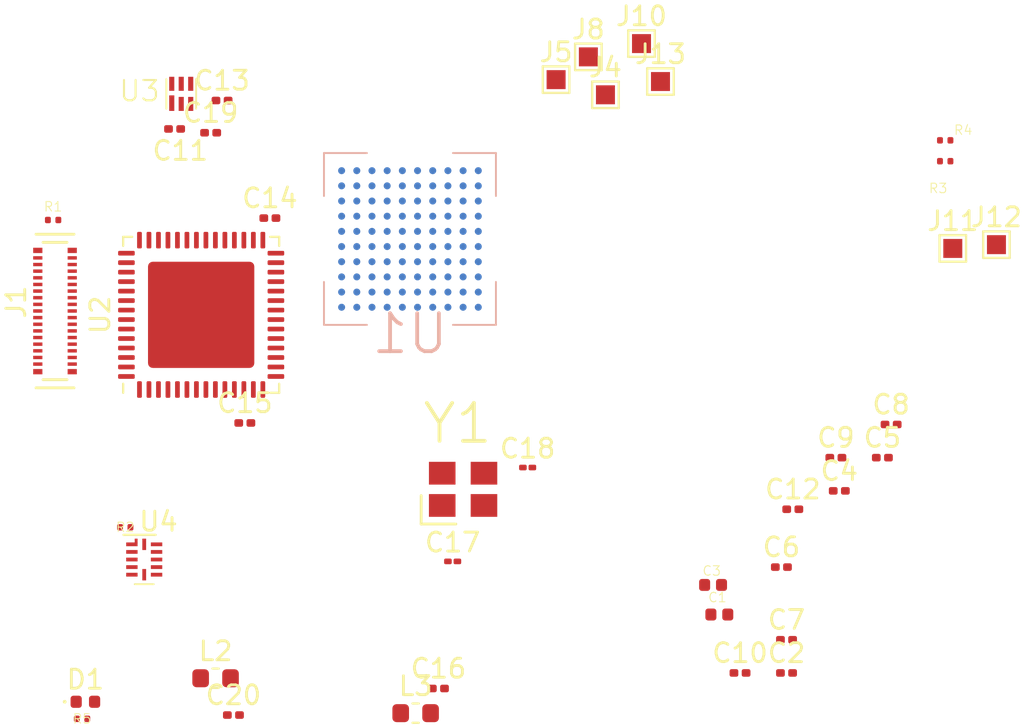
<source format=kicad_pcb>
(kicad_pcb (version 20171130) (host pcbnew "(5.1.5)-3")

  (general
    (thickness 1.6)
    (drawings 0)
    (tracks 0)
    (zones 0)
    (modules 41)
    (nets 137)
  )

  (page A4)
  (layers
    (0 F.Cu signal)
    (31 B.Cu signal)
    (32 B.Adhes user)
    (33 F.Adhes user)
    (34 B.Paste user)
    (35 F.Paste user)
    (36 B.SilkS user)
    (37 F.SilkS user)
    (38 B.Mask user)
    (39 F.Mask user)
    (40 Dwgs.User user hide)
    (41 Cmts.User user)
    (42 Eco1.User user)
    (43 Eco2.User user)
    (44 Edge.Cuts user)
    (45 Margin user)
    (46 B.CrtYd user hide)
    (47 F.CrtYd user hide)
    (48 B.Fab user)
    (49 F.Fab user hide)
  )

  (setup
    (last_trace_width 0.25)
    (trace_clearance 0.2)
    (zone_clearance 0.508)
    (zone_45_only no)
    (trace_min 0.2)
    (via_size 0.8)
    (via_drill 0.4)
    (via_min_size 0.4)
    (via_min_drill 0.3)
    (uvia_size 0.3)
    (uvia_drill 0.1)
    (uvias_allowed no)
    (uvia_min_size 0.2)
    (uvia_min_drill 0.1)
    (edge_width 0.1)
    (segment_width 0.2)
    (pcb_text_width 0.3)
    (pcb_text_size 1.5 1.5)
    (mod_edge_width 0.15)
    (mod_text_size 1 1)
    (mod_text_width 0.15)
    (pad_size 1.524 1.524)
    (pad_drill 0.762)
    (pad_to_mask_clearance 0)
    (aux_axis_origin 0 0)
    (visible_elements 7FFFFFFF)
    (pcbplotparams
      (layerselection 0x010fc_ffffffff)
      (usegerberextensions false)
      (usegerberattributes false)
      (usegerberadvancedattributes false)
      (creategerberjobfile false)
      (excludeedgelayer true)
      (linewidth 0.100000)
      (plotframeref false)
      (viasonmask false)
      (mode 1)
      (useauxorigin false)
      (hpglpennumber 1)
      (hpglpenspeed 20)
      (hpglpendiameter 15.000000)
      (psnegative false)
      (psa4output false)
      (plotreference true)
      (plotvalue true)
      (plotinvisibletext false)
      (padsonsilk false)
      (subtractmaskfromsilk false)
      (outputformat 1)
      (mirror false)
      (drillshape 1)
      (scaleselection 1)
      (outputdirectory ""))
  )

  (net 0 "")
  (net 1 +1V8)
  (net 2 GND)
  (net 3 +3V3)
  (net 4 "Net-(C14-Pad1)")
  (net 5 "Net-(C18-Pad1)")
  (net 6 /VDDPLL)
  (net 7 /REF_ELEC)
  (net 8 /IN9)
  (net 9 /IN11)
  (net 10 /IN13)
  (net 11 /IN15)
  (net 12 /IN17)
  (net 13 /IN19)
  (net 14 /IN21)
  (net 15 /IN23)
  (net 16 /IN25)
  (net 17 /IN27)
  (net 18 /IN29)
  (net 19 /IN31)
  (net 20 /IN1)
  (net 21 /IN3)
  (net 22 /IN5)
  (net 23 /IN7)
  (net 24 /IN8)
  (net 25 /IN10)
  (net 26 /IN12)
  (net 27 /IN14)
  (net 28 /IN16)
  (net 29 /IN18)
  (net 30 /IN20)
  (net 31 /IN22)
  (net 32 /IN24)
  (net 33 /IN26)
  (net 34 /IN28)
  (net 35 /IN30)
  (net 36 /IN0)
  (net 37 /IN2)
  (net 38 /IN4)
  (net 39 /IN6)
  (net 40 /TF)
  (net 41 /TD)
  (net 42 /SDA_I2C)
  (net 43 /SCL_I2C)
  (net 44 /TK)
  (net 45 /SWDIO)
  (net 46 /SWDCLK)
  (net 47 /RED_LED)
  (net 48 /XIN)
  (net 49 /XOUT)
  (net 50 "Net-(U1-PadA3)")
  (net 51 "Net-(U1-PadA4)")
  (net 52 "Net-(U1-PadA5)")
  (net 53 /SPI0_NPCS1)
  (net 54 "Net-(U1-PadA10)")
  (net 55 "Net-(U1-PadB2)")
  (net 56 "Net-(U1-PadB4)")
  (net 57 "Net-(U1-PadB5)")
  (net 58 "Net-(U1-PadB6)")
  (net 59 "Net-(U1-PadB7)")
  (net 60 "Net-(U1-PadB8)")
  (net 61 "Net-(U1-PadB10)")
  (net 62 "Net-(U1-PadC1)")
  (net 63 "Net-(U1-PadC7)")
  (net 64 "Net-(U1-PadC10)")
  (net 65 "Net-(U1-PadD5)")
  (net 66 "Net-(U1-PadD8)")
  (net 67 "Net-(U1-PadD9)")
  (net 68 "Net-(U1-PadD10)")
  (net 69 "Net-(U1-PadE3)")
  (net 70 "Net-(U1-PadE8)")
  (net 71 /SPI0_NPCS2)
  (net 72 "Net-(U1-PadF1)")
  (net 73 "Net-(U1-PadF2)")
  (net 74 "Net-(U1-PadF7)")
  (net 75 "Net-(U1-PadF8)")
  (net 76 "Net-(U1-PadF9)")
  (net 77 "Net-(U1-PadF10)")
  (net 78 "Net-(U1-PadG1)")
  (net 79 "Net-(U1-PadG2)")
  (net 80 "Net-(U1-PadG3)")
  (net 81 "Net-(U1-PadG4)")
  (net 82 "Net-(U1-PadG5)")
  (net 83 "Net-(U1-PadG9)")
  (net 84 /NRESET)
  (net 85 "Net-(U1-PadH2)")
  (net 86 /SPI0_NPCS3)
  (net 87 /SPI0_MOSI)
  (net 88 "Net-(U1-PadH6)")
  (net 89 "Net-(U1-PadH7)")
  (net 90 "Net-(U1-PadH8)")
  (net 91 "Net-(U1-PadH9)")
  (net 92 "Net-(U1-PadH10)")
  (net 93 "Net-(U1-PadJ1)")
  (net 94 "Net-(U1-PadJ2)")
  (net 95 "Net-(U1-PadJ3)")
  (net 96 /SPI0_SPCK)
  (net 97 "Net-(U1-PadJ5)")
  (net 98 "Net-(U1-PadJ6)")
  (net 99 "Net-(U1-PadJ7)")
  (net 100 "Net-(U1-PadJ8)")
  (net 101 "Net-(U1-PadJ9)")
  (net 102 "Net-(U1-PadJ10)")
  (net 103 "Net-(U1-PadK1)")
  (net 104 "Net-(U1-PadK2)")
  (net 105 /SPI0_MISO)
  (net 106 "Net-(U1-PadK4)")
  (net 107 "Net-(U1-PadK5)")
  (net 108 "Net-(U1-PadK6)")
  (net 109 "Net-(U1-PadK7)")
  (net 110 "Net-(U1-PadK8)")
  (net 111 "Net-(U1-PadK9)")
  (net 112 "Net-(U1-PadK10)")
  (net 113 "Net-(U2-Pad14)")
  (net 114 "Net-(U2-Pad15)")
  (net 115 "Net-(U2-Pad16)")
  (net 116 "Net-(U2-Pad18)")
  (net 117 /CS_RHD)
  (net 118 "Net-(U2-Pad20)")
  (net 119 /SCLK_RHD)
  (net 120 "Net-(U2-Pad22)")
  (net 121 /MOSI_RHD)
  (net 122 "Net-(U2-Pad24)")
  (net 123 /MISO_RHD)
  (net 124 "Net-(U2-Pad27)")
  (net 125 "Net-(U2-Pad33)")
  (net 126 /SPI0_NPCS0)
  (net 127 /VDDCORE)
  (net 128 +5V)
  (net 129 "Net-(C13-Pad2)")
  (net 130 /VDDUTMIC)
  (net 131 "Net-(C17-Pad1)")
  (net 132 "Net-(U1-PadD2)")
  (net 133 "Net-(U1-PadB1)")
  (net 134 "Net-(U1-PadA6)")
  (net 135 "Net-(U3-Pad3)")
  (net 136 "Net-(D1-Pad1)")

  (net_class Default "This is the default net class."
    (clearance 0.2)
    (trace_width 0.25)
    (via_dia 0.8)
    (via_drill 0.4)
    (uvia_dia 0.3)
    (uvia_drill 0.1)
    (add_net +1V8)
    (add_net +3V3)
    (add_net +5V)
    (add_net /CS_RHD)
    (add_net /IN0)
    (add_net /IN1)
    (add_net /IN10)
    (add_net /IN11)
    (add_net /IN12)
    (add_net /IN13)
    (add_net /IN14)
    (add_net /IN15)
    (add_net /IN16)
    (add_net /IN17)
    (add_net /IN18)
    (add_net /IN19)
    (add_net /IN2)
    (add_net /IN20)
    (add_net /IN21)
    (add_net /IN22)
    (add_net /IN23)
    (add_net /IN24)
    (add_net /IN25)
    (add_net /IN26)
    (add_net /IN27)
    (add_net /IN28)
    (add_net /IN29)
    (add_net /IN3)
    (add_net /IN30)
    (add_net /IN31)
    (add_net /IN4)
    (add_net /IN5)
    (add_net /IN6)
    (add_net /IN7)
    (add_net /IN8)
    (add_net /IN9)
    (add_net /MISO_RHD)
    (add_net /MOSI_RHD)
    (add_net /NRESET)
    (add_net /RED_LED)
    (add_net /REF_ELEC)
    (add_net /SCLK_RHD)
    (add_net /SCL_I2C)
    (add_net /SDA_I2C)
    (add_net /SPI0_MISO)
    (add_net /SPI0_MOSI)
    (add_net /SPI0_NPCS0)
    (add_net /SPI0_NPCS1)
    (add_net /SPI0_NPCS2)
    (add_net /SPI0_NPCS3)
    (add_net /SPI0_SPCK)
    (add_net /SWDCLK)
    (add_net /SWDIO)
    (add_net /TD)
    (add_net /TF)
    (add_net /TK)
    (add_net /VDDCORE)
    (add_net /VDDPLL)
    (add_net /VDDUTMIC)
    (add_net /XIN)
    (add_net /XOUT)
    (add_net GND)
    (add_net "Net-(C13-Pad2)")
    (add_net "Net-(C14-Pad1)")
    (add_net "Net-(C17-Pad1)")
    (add_net "Net-(C18-Pad1)")
    (add_net "Net-(D1-Pad1)")
    (add_net "Net-(U1-PadA10)")
    (add_net "Net-(U1-PadA3)")
    (add_net "Net-(U1-PadA4)")
    (add_net "Net-(U1-PadA5)")
    (add_net "Net-(U1-PadA6)")
    (add_net "Net-(U1-PadB1)")
    (add_net "Net-(U1-PadB10)")
    (add_net "Net-(U1-PadB2)")
    (add_net "Net-(U1-PadB4)")
    (add_net "Net-(U1-PadB5)")
    (add_net "Net-(U1-PadB6)")
    (add_net "Net-(U1-PadB7)")
    (add_net "Net-(U1-PadB8)")
    (add_net "Net-(U1-PadC1)")
    (add_net "Net-(U1-PadC10)")
    (add_net "Net-(U1-PadC7)")
    (add_net "Net-(U1-PadD10)")
    (add_net "Net-(U1-PadD2)")
    (add_net "Net-(U1-PadD5)")
    (add_net "Net-(U1-PadD8)")
    (add_net "Net-(U1-PadD9)")
    (add_net "Net-(U1-PadE3)")
    (add_net "Net-(U1-PadE8)")
    (add_net "Net-(U1-PadF1)")
    (add_net "Net-(U1-PadF10)")
    (add_net "Net-(U1-PadF2)")
    (add_net "Net-(U1-PadF7)")
    (add_net "Net-(U1-PadF8)")
    (add_net "Net-(U1-PadF9)")
    (add_net "Net-(U1-PadG1)")
    (add_net "Net-(U1-PadG2)")
    (add_net "Net-(U1-PadG3)")
    (add_net "Net-(U1-PadG4)")
    (add_net "Net-(U1-PadG5)")
    (add_net "Net-(U1-PadG9)")
    (add_net "Net-(U1-PadH10)")
    (add_net "Net-(U1-PadH2)")
    (add_net "Net-(U1-PadH6)")
    (add_net "Net-(U1-PadH7)")
    (add_net "Net-(U1-PadH8)")
    (add_net "Net-(U1-PadH9)")
    (add_net "Net-(U1-PadJ1)")
    (add_net "Net-(U1-PadJ10)")
    (add_net "Net-(U1-PadJ2)")
    (add_net "Net-(U1-PadJ3)")
    (add_net "Net-(U1-PadJ5)")
    (add_net "Net-(U1-PadJ6)")
    (add_net "Net-(U1-PadJ7)")
    (add_net "Net-(U1-PadJ8)")
    (add_net "Net-(U1-PadJ9)")
    (add_net "Net-(U1-PadK1)")
    (add_net "Net-(U1-PadK10)")
    (add_net "Net-(U1-PadK2)")
    (add_net "Net-(U1-PadK4)")
    (add_net "Net-(U1-PadK5)")
    (add_net "Net-(U1-PadK6)")
    (add_net "Net-(U1-PadK7)")
    (add_net "Net-(U1-PadK8)")
    (add_net "Net-(U1-PadK9)")
    (add_net "Net-(U2-Pad14)")
    (add_net "Net-(U2-Pad15)")
    (add_net "Net-(U2-Pad16)")
    (add_net "Net-(U2-Pad18)")
    (add_net "Net-(U2-Pad20)")
    (add_net "Net-(U2-Pad22)")
    (add_net "Net-(U2-Pad24)")
    (add_net "Net-(U2-Pad27)")
    (add_net "Net-(U2-Pad33)")
    (add_net "Net-(U3-Pad3)")
  )

  (module Package_DFN_QFN:QFN-56-1EP_8x8mm_P0.5mm_EP5.6x5.6mm (layer F.Cu) (tedit 5C27AAAD) (tstamp 5EE471C0)
    (at 132.5 89.7 90)
    (descr "QFN, 56 Pin (http://www.ti.com/lit/ds/symlink/tlc5957.pdf#page=23), generated with kicad-footprint-generator ipc_dfn_qfn_generator.py")
    (tags "QFN DFN_QFN")
    (path /5EBDF9DB)
    (attr smd)
    (fp_text reference U2 (at 0 -5.32 270) (layer F.SilkS)
      (effects (font (size 1 1) (thickness 0.15)))
    )
    (fp_text value RHD2132_QFN-RHD2132 (at 0 5.32 270) (layer F.Fab)
      (effects (font (size 1 1) (thickness 0.15)))
    )
    (fp_text user %R (at 0 0 270) (layer F.Fab)
      (effects (font (size 1 1) (thickness 0.15)))
    )
    (fp_line (start 4.62 -4.62) (end -4.62 -4.62) (layer F.CrtYd) (width 0.05))
    (fp_line (start 4.62 4.62) (end 4.62 -4.62) (layer F.CrtYd) (width 0.05))
    (fp_line (start -4.62 4.62) (end 4.62 4.62) (layer F.CrtYd) (width 0.05))
    (fp_line (start -4.62 -4.62) (end -4.62 4.62) (layer F.CrtYd) (width 0.05))
    (fp_line (start -4 -3) (end -3 -4) (layer F.Fab) (width 0.1))
    (fp_line (start -4 4) (end -4 -3) (layer F.Fab) (width 0.1))
    (fp_line (start 4 4) (end -4 4) (layer F.Fab) (width 0.1))
    (fp_line (start 4 -4) (end 4 4) (layer F.Fab) (width 0.1))
    (fp_line (start -3 -4) (end 4 -4) (layer F.Fab) (width 0.1))
    (fp_line (start -3.635 -4.11) (end -4.11 -4.11) (layer F.SilkS) (width 0.12))
    (fp_line (start 4.11 4.11) (end 4.11 3.635) (layer F.SilkS) (width 0.12))
    (fp_line (start 3.635 4.11) (end 4.11 4.11) (layer F.SilkS) (width 0.12))
    (fp_line (start -4.11 4.11) (end -4.11 3.635) (layer F.SilkS) (width 0.12))
    (fp_line (start -3.635 4.11) (end -4.11 4.11) (layer F.SilkS) (width 0.12))
    (fp_line (start 4.11 -4.11) (end 4.11 -3.635) (layer F.SilkS) (width 0.12))
    (fp_line (start 3.635 -4.11) (end 4.11 -4.11) (layer F.SilkS) (width 0.12))
    (pad 56 smd roundrect (at -3.25 -3.9375 90) (size 0.25 0.875) (layers F.Cu F.Paste F.Mask) (roundrect_rratio 0.25)
      (net 8 /IN9))
    (pad 55 smd roundrect (at -2.75 -3.9375 90) (size 0.25 0.875) (layers F.Cu F.Paste F.Mask) (roundrect_rratio 0.25)
      (net 25 /IN10))
    (pad 54 smd roundrect (at -2.25 -3.9375 90) (size 0.25 0.875) (layers F.Cu F.Paste F.Mask) (roundrect_rratio 0.25)
      (net 9 /IN11))
    (pad 53 smd roundrect (at -1.75 -3.9375 90) (size 0.25 0.875) (layers F.Cu F.Paste F.Mask) (roundrect_rratio 0.25)
      (net 26 /IN12))
    (pad 52 smd roundrect (at -1.25 -3.9375 90) (size 0.25 0.875) (layers F.Cu F.Paste F.Mask) (roundrect_rratio 0.25)
      (net 10 /IN13))
    (pad 51 smd roundrect (at -0.75 -3.9375 90) (size 0.25 0.875) (layers F.Cu F.Paste F.Mask) (roundrect_rratio 0.25)
      (net 27 /IN14))
    (pad 50 smd roundrect (at -0.25 -3.9375 90) (size 0.25 0.875) (layers F.Cu F.Paste F.Mask) (roundrect_rratio 0.25)
      (net 11 /IN15))
    (pad 49 smd roundrect (at 0.25 -3.9375 90) (size 0.25 0.875) (layers F.Cu F.Paste F.Mask) (roundrect_rratio 0.25)
      (net 28 /IN16))
    (pad 48 smd roundrect (at 0.75 -3.9375 90) (size 0.25 0.875) (layers F.Cu F.Paste F.Mask) (roundrect_rratio 0.25)
      (net 12 /IN17))
    (pad 47 smd roundrect (at 1.25 -3.9375 90) (size 0.25 0.875) (layers F.Cu F.Paste F.Mask) (roundrect_rratio 0.25)
      (net 29 /IN18))
    (pad 46 smd roundrect (at 1.75 -3.9375 90) (size 0.25 0.875) (layers F.Cu F.Paste F.Mask) (roundrect_rratio 0.25)
      (net 13 /IN19))
    (pad 45 smd roundrect (at 2.25 -3.9375 90) (size 0.25 0.875) (layers F.Cu F.Paste F.Mask) (roundrect_rratio 0.25)
      (net 30 /IN20))
    (pad 44 smd roundrect (at 2.75 -3.9375 90) (size 0.25 0.875) (layers F.Cu F.Paste F.Mask) (roundrect_rratio 0.25)
      (net 14 /IN21))
    (pad 43 smd roundrect (at 3.25 -3.9375 90) (size 0.25 0.875) (layers F.Cu F.Paste F.Mask) (roundrect_rratio 0.25)
      (net 31 /IN22))
    (pad 42 smd roundrect (at 3.9375 -3.25 90) (size 0.875 0.25) (layers F.Cu F.Paste F.Mask) (roundrect_rratio 0.25)
      (net 15 /IN23))
    (pad 41 smd roundrect (at 3.9375 -2.75 90) (size 0.875 0.25) (layers F.Cu F.Paste F.Mask) (roundrect_rratio 0.25)
      (net 32 /IN24))
    (pad 40 smd roundrect (at 3.9375 -2.25 90) (size 0.875 0.25) (layers F.Cu F.Paste F.Mask) (roundrect_rratio 0.25)
      (net 16 /IN25))
    (pad 39 smd roundrect (at 3.9375 -1.75 90) (size 0.875 0.25) (layers F.Cu F.Paste F.Mask) (roundrect_rratio 0.25)
      (net 33 /IN26))
    (pad 38 smd roundrect (at 3.9375 -1.25 90) (size 0.875 0.25) (layers F.Cu F.Paste F.Mask) (roundrect_rratio 0.25)
      (net 17 /IN27))
    (pad 37 smd roundrect (at 3.9375 -0.75 90) (size 0.875 0.25) (layers F.Cu F.Paste F.Mask) (roundrect_rratio 0.25)
      (net 34 /IN28))
    (pad 36 smd roundrect (at 3.9375 -0.25 90) (size 0.875 0.25) (layers F.Cu F.Paste F.Mask) (roundrect_rratio 0.25)
      (net 18 /IN29))
    (pad 35 smd roundrect (at 3.9375 0.25 90) (size 0.875 0.25) (layers F.Cu F.Paste F.Mask) (roundrect_rratio 0.25)
      (net 35 /IN30))
    (pad 34 smd roundrect (at 3.9375 0.75 90) (size 0.875 0.25) (layers F.Cu F.Paste F.Mask) (roundrect_rratio 0.25)
      (net 19 /IN31))
    (pad 33 smd roundrect (at 3.9375 1.25 90) (size 0.875 0.25) (layers F.Cu F.Paste F.Mask) (roundrect_rratio 0.25)
      (net 125 "Net-(U2-Pad33)"))
    (pad 32 smd roundrect (at 3.9375 1.75 90) (size 0.875 0.25) (layers F.Cu F.Paste F.Mask) (roundrect_rratio 0.25)
      (net 2 GND))
    (pad 31 smd roundrect (at 3.9375 2.25 90) (size 0.875 0.25) (layers F.Cu F.Paste F.Mask) (roundrect_rratio 0.25)
      (net 3 +3V3))
    (pad 30 smd roundrect (at 3.9375 2.75 90) (size 0.875 0.25) (layers F.Cu F.Paste F.Mask) (roundrect_rratio 0.25)
      (net 2 GND))
    (pad 29 smd roundrect (at 3.9375 3.25 90) (size 0.875 0.25) (layers F.Cu F.Paste F.Mask) (roundrect_rratio 0.25)
      (net 2 GND))
    (pad 28 smd roundrect (at 3.25 3.9375 90) (size 0.25 0.875) (layers F.Cu F.Paste F.Mask) (roundrect_rratio 0.25)
      (net 4 "Net-(C14-Pad1)"))
    (pad 27 smd roundrect (at 2.75 3.9375 90) (size 0.25 0.875) (layers F.Cu F.Paste F.Mask) (roundrect_rratio 0.25)
      (net 124 "Net-(U2-Pad27)"))
    (pad 26 smd roundrect (at 2.25 3.9375 90) (size 0.25 0.875) (layers F.Cu F.Paste F.Mask) (roundrect_rratio 0.25)
      (net 3 +3V3))
    (pad 25 smd roundrect (at 1.75 3.9375 90) (size 0.25 0.875) (layers F.Cu F.Paste F.Mask) (roundrect_rratio 0.25)
      (net 123 /MISO_RHD))
    (pad 24 smd roundrect (at 1.25 3.9375 90) (size 0.25 0.875) (layers F.Cu F.Paste F.Mask) (roundrect_rratio 0.25)
      (net 122 "Net-(U2-Pad24)"))
    (pad 23 smd roundrect (at 0.75 3.9375 90) (size 0.25 0.875) (layers F.Cu F.Paste F.Mask) (roundrect_rratio 0.25)
      (net 121 /MOSI_RHD))
    (pad 22 smd roundrect (at 0.25 3.9375 90) (size 0.25 0.875) (layers F.Cu F.Paste F.Mask) (roundrect_rratio 0.25)
      (net 120 "Net-(U2-Pad22)"))
    (pad 21 smd roundrect (at -0.25 3.9375 90) (size 0.25 0.875) (layers F.Cu F.Paste F.Mask) (roundrect_rratio 0.25)
      (net 119 /SCLK_RHD))
    (pad 20 smd roundrect (at -0.75 3.9375 90) (size 0.25 0.875) (layers F.Cu F.Paste F.Mask) (roundrect_rratio 0.25)
      (net 118 "Net-(U2-Pad20)"))
    (pad 19 smd roundrect (at -1.25 3.9375 90) (size 0.25 0.875) (layers F.Cu F.Paste F.Mask) (roundrect_rratio 0.25)
      (net 117 /CS_RHD))
    (pad 18 smd roundrect (at -1.75 3.9375 90) (size 0.25 0.875) (layers F.Cu F.Paste F.Mask) (roundrect_rratio 0.25)
      (net 116 "Net-(U2-Pad18)"))
    (pad 17 smd roundrect (at -2.25 3.9375 90) (size 0.25 0.875) (layers F.Cu F.Paste F.Mask) (roundrect_rratio 0.25)
      (net 2 GND))
    (pad 16 smd roundrect (at -2.75 3.9375 90) (size 0.25 0.875) (layers F.Cu F.Paste F.Mask) (roundrect_rratio 0.25)
      (net 115 "Net-(U2-Pad16)"))
    (pad 15 smd roundrect (at -3.25 3.9375 90) (size 0.25 0.875) (layers F.Cu F.Paste F.Mask) (roundrect_rratio 0.25)
      (net 114 "Net-(U2-Pad15)"))
    (pad 14 smd roundrect (at -3.9375 3.25 90) (size 0.875 0.25) (layers F.Cu F.Paste F.Mask) (roundrect_rratio 0.25)
      (net 113 "Net-(U2-Pad14)"))
    (pad 13 smd roundrect (at -3.9375 2.75 90) (size 0.875 0.25) (layers F.Cu F.Paste F.Mask) (roundrect_rratio 0.25)
      (net 3 +3V3))
    (pad 12 smd roundrect (at -3.9375 2.25 90) (size 0.875 0.25) (layers F.Cu F.Paste F.Mask) (roundrect_rratio 0.25)
      (net 2 GND))
    (pad 11 smd roundrect (at -3.9375 1.75 90) (size 0.875 0.25) (layers F.Cu F.Paste F.Mask) (roundrect_rratio 0.25)
      (net 2 GND))
    (pad 10 smd roundrect (at -3.9375 1.25 90) (size 0.875 0.25) (layers F.Cu F.Paste F.Mask) (roundrect_rratio 0.25)
      (net 7 /REF_ELEC))
    (pad 9 smd roundrect (at -3.9375 0.75 90) (size 0.875 0.25) (layers F.Cu F.Paste F.Mask) (roundrect_rratio 0.25)
      (net 36 /IN0))
    (pad 8 smd roundrect (at -3.9375 0.25 90) (size 0.875 0.25) (layers F.Cu F.Paste F.Mask) (roundrect_rratio 0.25)
      (net 20 /IN1))
    (pad 7 smd roundrect (at -3.9375 -0.25 90) (size 0.875 0.25) (layers F.Cu F.Paste F.Mask) (roundrect_rratio 0.25)
      (net 37 /IN2))
    (pad 6 smd roundrect (at -3.9375 -0.75 90) (size 0.875 0.25) (layers F.Cu F.Paste F.Mask) (roundrect_rratio 0.25)
      (net 21 /IN3))
    (pad 5 smd roundrect (at -3.9375 -1.25 90) (size 0.875 0.25) (layers F.Cu F.Paste F.Mask) (roundrect_rratio 0.25)
      (net 38 /IN4))
    (pad 4 smd roundrect (at -3.9375 -1.75 90) (size 0.875 0.25) (layers F.Cu F.Paste F.Mask) (roundrect_rratio 0.25)
      (net 22 /IN5))
    (pad 3 smd roundrect (at -3.9375 -2.25 90) (size 0.875 0.25) (layers F.Cu F.Paste F.Mask) (roundrect_rratio 0.25)
      (net 39 /IN6))
    (pad 2 smd roundrect (at -3.9375 -2.75 90) (size 0.875 0.25) (layers F.Cu F.Paste F.Mask) (roundrect_rratio 0.25)
      (net 23 /IN7))
    (pad 1 smd roundrect (at -3.9375 -3.25 90) (size 0.875 0.25) (layers F.Cu F.Paste F.Mask) (roundrect_rratio 0.25)
      (net 24 /IN8))
    (pad "" smd roundrect (at 2.1 2.1 90) (size 1.13 1.13) (layers F.Paste) (roundrect_rratio 0.221239))
    (pad "" smd roundrect (at 2.1 0.7 90) (size 1.13 1.13) (layers F.Paste) (roundrect_rratio 0.221239))
    (pad "" smd roundrect (at 2.1 -0.7 90) (size 1.13 1.13) (layers F.Paste) (roundrect_rratio 0.221239))
    (pad "" smd roundrect (at 2.1 -2.1 90) (size 1.13 1.13) (layers F.Paste) (roundrect_rratio 0.221239))
    (pad "" smd roundrect (at 0.7 2.1 90) (size 1.13 1.13) (layers F.Paste) (roundrect_rratio 0.221239))
    (pad "" smd roundrect (at 0.7 0.7 90) (size 1.13 1.13) (layers F.Paste) (roundrect_rratio 0.221239))
    (pad "" smd roundrect (at 0.7 -0.7 90) (size 1.13 1.13) (layers F.Paste) (roundrect_rratio 0.221239))
    (pad "" smd roundrect (at 0.7 -2.1 90) (size 1.13 1.13) (layers F.Paste) (roundrect_rratio 0.221239))
    (pad "" smd roundrect (at -0.7 2.1 90) (size 1.13 1.13) (layers F.Paste) (roundrect_rratio 0.221239))
    (pad "" smd roundrect (at -0.7 0.7 90) (size 1.13 1.13) (layers F.Paste) (roundrect_rratio 0.221239))
    (pad "" smd roundrect (at -0.7 -0.7 90) (size 1.13 1.13) (layers F.Paste) (roundrect_rratio 0.221239))
    (pad "" smd roundrect (at -0.7 -2.1 90) (size 1.13 1.13) (layers F.Paste) (roundrect_rratio 0.221239))
    (pad "" smd roundrect (at -2.1 2.1 90) (size 1.13 1.13) (layers F.Paste) (roundrect_rratio 0.221239))
    (pad "" smd roundrect (at -2.1 0.7 90) (size 1.13 1.13) (layers F.Paste) (roundrect_rratio 0.221239))
    (pad "" smd roundrect (at -2.1 -0.7 90) (size 1.13 1.13) (layers F.Paste) (roundrect_rratio 0.221239))
    (pad "" smd roundrect (at -2.1 -2.1 90) (size 1.13 1.13) (layers F.Paste) (roundrect_rratio 0.221239))
    (pad 57 smd roundrect (at 0 0 90) (size 5.6 5.6) (layers F.Cu F.Mask) (roundrect_rratio 0.044643))
    (model ${KISYS3DMOD}/Package_DFN_QFN.3dshapes/QFN-56-1EP_8x8mm_P0.5mm_EP5.6x5.6mm.wrl
      (at (xyz 0 0 0))
      (scale (xyz 1 1 1))
      (rotate (xyz 0 0 0))
    )
  )

  (module LED_SMD:LED_0402_1005Metric (layer F.Cu) (tedit 5B301BBE) (tstamp 5EE58A2C)
    (at 126.4 110.1)
    (descr "LED SMD 0402 (1005 Metric), square (rectangular) end terminal, IPC_7351 nominal, (Body size source: http://www.tortai-tech.com/upload/download/2011102023233369053.pdf), generated with kicad-footprint-generator")
    (tags LED)
    (path /5F58077D)
    (attr smd)
    (fp_text reference D1 (at 0 -1.17) (layer F.SilkS)
      (effects (font (size 1 1) (thickness 0.15)))
    )
    (fp_text value LED_Small_ALT (at 0 1.17) (layer F.Fab)
      (effects (font (size 1 1) (thickness 0.15)))
    )
    (fp_text user %R (at 0 0) (layer F.Fab)
      (effects (font (size 0.25 0.25) (thickness 0.04)))
    )
    (fp_line (start 0.93 0.47) (end -0.93 0.47) (layer F.CrtYd) (width 0.05))
    (fp_line (start 0.93 -0.47) (end 0.93 0.47) (layer F.CrtYd) (width 0.05))
    (fp_line (start -0.93 -0.47) (end 0.93 -0.47) (layer F.CrtYd) (width 0.05))
    (fp_line (start -0.93 0.47) (end -0.93 -0.47) (layer F.CrtYd) (width 0.05))
    (fp_line (start -0.3 0.25) (end -0.3 -0.25) (layer F.Fab) (width 0.1))
    (fp_line (start -0.4 0.25) (end -0.4 -0.25) (layer F.Fab) (width 0.1))
    (fp_line (start 0.5 0.25) (end -0.5 0.25) (layer F.Fab) (width 0.1))
    (fp_line (start 0.5 -0.25) (end 0.5 0.25) (layer F.Fab) (width 0.1))
    (fp_line (start -0.5 -0.25) (end 0.5 -0.25) (layer F.Fab) (width 0.1))
    (fp_line (start -0.5 0.25) (end -0.5 -0.25) (layer F.Fab) (width 0.1))
    (fp_circle (center -1.09 0) (end -1.04 0) (layer F.SilkS) (width 0.1))
    (pad 2 smd roundrect (at 0.485 0) (size 0.59 0.64) (layers F.Cu F.Paste F.Mask) (roundrect_rratio 0.25)
      (net 47 /RED_LED))
    (pad 1 smd roundrect (at -0.485 0) (size 0.59 0.64) (layers F.Cu F.Paste F.Mask) (roundrect_rratio 0.25)
      (net 136 "Net-(D1-Pad1)"))
    (model ${KISYS3DMOD}/LED_SMD.3dshapes/LED_0402_1005Metric.wrl
      (at (xyz 0 0 0))
      (scale (xyz 1 1 1))
      (rotate (xyz 0 0 0))
    )
  )

  (module .Connector:SS_5046223412 (layer F.Cu) (tedit 5EE45592) (tstamp 5EE46F64)
    (at 124.8 89.5 90)
    (path /5EBE54C4)
    (fp_text reference J1 (at 0.475 -2.05 90) (layer F.SilkS)
      (effects (font (size 1 1) (thickness 0.15)))
    )
    (fp_text value "34  Circuit Slimslack Connector" (at 0.9 -4.925 90) (layer F.Fab)
      (effects (font (size 1 1) (thickness 0.15)))
    )
    (fp_line (start 3.62 -0.63) (end 3.62 0.63) (layer F.SilkS) (width 0.15))
    (fp_line (start -3.62 -0.63) (end -3.62 0.63) (layer F.SilkS) (width 0.15))
    (fp_line (start -4.05 -1) (end -4.05 1) (layer F.SilkS) (width 0.15))
    (fp_line (start 4.05 -1) (end 4.05 1) (layer F.SilkS) (width 0.15))
    (pad 34 smd rect (at -2.7975 -0.9075 90) (size 0.18 0.485) (layers F.Cu F.Paste F.Mask)
      (net 23 /IN7))
    (pad 33 smd rect (at -2.4475 -0.9075 90) (size 0.18 0.485) (layers F.Cu F.Paste F.Mask)
      (net 39 /IN6))
    (pad 32 smd rect (at -2.0975 -0.9075 90) (size 0.18 0.485) (layers F.Cu F.Paste F.Mask)
      (net 22 /IN5))
    (pad 31 smd rect (at -1.7475 -0.9075 90) (size 0.18 0.485) (layers F.Cu F.Paste F.Mask)
      (net 38 /IN4))
    (pad 30 smd rect (at -1.3975 -0.9075 90) (size 0.18 0.485) (layers F.Cu F.Paste F.Mask)
      (net 21 /IN3))
    (pad 29 smd rect (at -1.0475 -0.9075 90) (size 0.18 0.485) (layers F.Cu F.Paste F.Mask)
      (net 37 /IN2))
    (pad 28 smd rect (at -0.6975 -0.9075 90) (size 0.18 0.485) (layers F.Cu F.Paste F.Mask)
      (net 20 /IN1))
    (pad 27 smd rect (at -0.3475 -0.9075 90) (size 0.18 0.485) (layers F.Cu F.Paste F.Mask)
      (net 36 /IN0))
    (pad 26 smd rect (at 0.0025 -0.9075 90) (size 0.18 0.485) (layers F.Cu F.Paste F.Mask)
      (net 19 /IN31))
    (pad 25 smd rect (at 0.3525 -0.9075 90) (size 0.18 0.485) (layers F.Cu F.Paste F.Mask)
      (net 35 /IN30))
    (pad 24 smd rect (at 0.7025 -0.9075 90) (size 0.18 0.485) (layers F.Cu F.Paste F.Mask)
      (net 18 /IN29))
    (pad 23 smd rect (at 1.0525 -0.9075 90) (size 0.18 0.485) (layers F.Cu F.Paste F.Mask)
      (net 34 /IN28))
    (pad 22 smd rect (at 1.4025 -0.9075 90) (size 0.18 0.485) (layers F.Cu F.Paste F.Mask)
      (net 17 /IN27))
    (pad 21 smd rect (at 1.7525 -0.9075 90) (size 0.18 0.485) (layers F.Cu F.Paste F.Mask)
      (net 33 /IN26))
    (pad 20 smd rect (at 2.1025 -0.9075 90) (size 0.18 0.485) (layers F.Cu F.Paste F.Mask)
      (net 16 /IN25))
    (pad 19 smd rect (at 2.4525 -0.9075 90) (size 0.18 0.485) (layers F.Cu F.Paste F.Mask)
      (net 32 /IN24))
    (pad 18 smd rect (at 2.8025 -0.9075 90) (size 0.18 0.485) (layers F.Cu F.Paste F.Mask)
      (net 7 /REF_ELEC))
    (pad 17 smd rect (at 2.8025 0.9075 90) (size 0.18 0.485) (layers F.Cu F.Paste F.Mask)
      (net 2 GND))
    (pad 16 smd rect (at 2.4525 0.9075 90) (size 0.18 0.485) (layers F.Cu F.Paste F.Mask)
      (net 15 /IN23))
    (pad 15 smd rect (at 2.1025 0.9075 90) (size 0.18 0.485) (layers F.Cu F.Paste F.Mask)
      (net 31 /IN22))
    (pad 14 smd rect (at 1.7525 0.9075 90) (size 0.18 0.485) (layers F.Cu F.Paste F.Mask)
      (net 14 /IN21))
    (pad 13 smd rect (at 1.4025 0.9075 90) (size 0.18 0.485) (layers F.Cu F.Paste F.Mask)
      (net 30 /IN20))
    (pad 12 smd rect (at 1.0525 0.9075 90) (size 0.18 0.485) (layers F.Cu F.Paste F.Mask)
      (net 13 /IN19))
    (pad 11 smd rect (at 0.7025 0.9075 90) (size 0.18 0.485) (layers F.Cu F.Paste F.Mask)
      (net 29 /IN18))
    (pad 10 smd rect (at 0.3525 0.9075 90) (size 0.18 0.485) (layers F.Cu F.Paste F.Mask)
      (net 12 /IN17))
    (pad 9 smd rect (at 0.0025 0.9075 90) (size 0.18 0.485) (layers F.Cu F.Paste F.Mask)
      (net 28 /IN16))
    (pad 8 smd rect (at -0.3475 0.9075 90) (size 0.18 0.485) (layers F.Cu F.Paste F.Mask)
      (net 11 /IN15))
    (pad 7 smd rect (at -0.6975 0.9075 90) (size 0.18 0.485) (layers F.Cu F.Paste F.Mask)
      (net 27 /IN14))
    (pad 6 smd rect (at -1.0475 0.9075 90) (size 0.18 0.485) (layers F.Cu F.Paste F.Mask)
      (net 10 /IN13))
    (pad 5 smd rect (at -1.3975 0.9075 90) (size 0.18 0.485) (layers F.Cu F.Paste F.Mask)
      (net 26 /IN12))
    (pad 4 smd rect (at -1.7475 0.9075 90) (size 0.18 0.485) (layers F.Cu F.Paste F.Mask)
      (net 9 /IN11))
    (pad 3 smd rect (at -2.0975 0.9075 90) (size 0.18 0.485) (layers F.Cu F.Paste F.Mask)
      (net 25 /IN10))
    (pad 2 smd rect (at -2.4475 0.9075 90) (size 0.18 0.485) (layers F.Cu F.Paste F.Mask)
      (net 8 /IN9))
    (pad NA smd rect (at 3.1975 0.9075 90) (size 0.28 0.485) (layers F.Cu F.Paste F.Mask))
    (pad NA smd rect (at 3.1975 -0.9075 90) (size 0.28 0.485) (layers F.Cu F.Paste F.Mask))
    (pad NA smd rect (at -3.1975 -0.9075 90) (size 0.28 0.485) (layers F.Cu F.Paste F.Mask))
    (pad 1 smd rect (at -2.7975 0.9075 90) (size 0.18 0.485) (layers F.Cu F.Paste F.Mask)
      (net 24 /IN8))
    (pad NA smd rect (at -3.1975 0.9075 90) (size 0.28 0.485) (layers F.Cu F.Paste F.Mask))
  )

  (module .Oscillator:OSCCC320X250X100L80X100 (layer F.Cu) (tedit 5CAF08DE) (tstamp 5EE47255)
    (at 146.3 98.9)
    (descr "Oscillator, Corner Concave; 3.20 mm L X 2.50 mm W X 1.00 mm H body")
    (path /5EE5B53F)
    (attr smd)
    (fp_text reference Y1 (at 0 0) (layer F.Fab)
      (effects (font (size 1.5 1.5) (thickness 0.15)))
    )
    (fp_text value ABM8G-12.000MHZ-4Y-T3 (at 0 0) (layer F.Fab)
      (effects (font (size 1.2 1.2) (thickness 0.12)))
    )
    (fp_line (start -2.2098 1.8288) (end -0.381 1.8288) (layer F.SilkS) (width 0.15))
    (fp_line (start -2.2098 0.3302) (end -2.2098 1.8288) (layer F.SilkS) (width 0.15))
    (fp_line (start 1.65 1.3) (end -1.65 1.3) (layer F.Fab) (width 0.12))
    (fp_line (start 1.65 -1.3) (end 1.65 1.3) (layer F.Fab) (width 0.12))
    (fp_line (start -1.65 -1.3) (end 1.65 -1.3) (layer F.Fab) (width 0.12))
    (fp_line (start -1.65 1.3) (end -1.65 -1.3) (layer F.Fab) (width 0.12))
    (fp_line (start -0.35 0) (end 0.35 0) (layer Dwgs.User) (width 0.05))
    (fp_line (start 0 -0.35) (end 0 0.35) (layer Dwgs.User) (width 0.05))
    (fp_circle (center 0 0) (end 0.25 0) (layer Dwgs.User) (width 0.05))
    (fp_line (start 2.2 1.85) (end -2.2 1.85) (layer F.CrtYd) (width 0.05))
    (fp_line (start 2.2 -1.85) (end 2.2 1.85) (layer F.CrtYd) (width 0.05))
    (fp_line (start -2.2 -1.85) (end 2.2 -1.85) (layer F.CrtYd) (width 0.05))
    (fp_line (start -2.2 1.85) (end -2.2 -1.85) (layer F.CrtYd) (width 0.05))
    (fp_line (start 1.6 1.25) (end -1.6 1.25) (layer Dwgs.User) (width 0.025))
    (fp_line (start 1.6 -1.25) (end 1.6 1.25) (layer Dwgs.User) (width 0.025))
    (fp_line (start -1.6 -1.25) (end 1.6 -1.25) (layer Dwgs.User) (width 0.025))
    (fp_line (start -1.6 1.25) (end -1.6 -1.25) (layer Dwgs.User) (width 0.025))
    (fp_line (start -0.6 -1.25) (end -0.6 -0.45) (layer Dwgs.User) (width 0.025))
    (fp_line (start -1.6 -1.25) (end -0.6 -1.25) (layer Dwgs.User) (width 0.025))
    (fp_line (start -1.6 -0.45) (end -1.6 -1.25) (layer Dwgs.User) (width 0.025))
    (fp_line (start -0.6 -0.45) (end -1.6 -0.45) (layer Dwgs.User) (width 0.025))
    (fp_line (start 1.6 -1.25) (end 1.6 -0.45) (layer Dwgs.User) (width 0.025))
    (fp_line (start 0.6 -1.25) (end 1.6 -1.25) (layer Dwgs.User) (width 0.025))
    (fp_line (start 0.6 -0.45) (end 0.6 -1.25) (layer Dwgs.User) (width 0.025))
    (fp_line (start 1.6 -0.45) (end 0.6 -0.45) (layer Dwgs.User) (width 0.025))
    (fp_line (start 0.6 1.25) (end 0.6 0.45) (layer Dwgs.User) (width 0.025))
    (fp_line (start 1.6 1.25) (end 0.6 1.25) (layer Dwgs.User) (width 0.025))
    (fp_line (start 1.6 0.45) (end 1.6 1.25) (layer Dwgs.User) (width 0.025))
    (fp_line (start 0.6 0.45) (end 1.6 0.45) (layer Dwgs.User) (width 0.025))
    (fp_line (start -1.6 1.25) (end -1.6 0.45) (layer Dwgs.User) (width 0.025))
    (fp_line (start -0.6 1.25) (end -1.6 1.25) (layer Dwgs.User) (width 0.025))
    (fp_line (start -0.6 0.45) (end -0.6 1.25) (layer Dwgs.User) (width 0.025))
    (fp_line (start -1.6 0.45) (end -0.6 0.45) (layer Dwgs.User) (width 0.025))
    (fp_text user %R (at -0.2898 -3.47) (layer F.SilkS)
      (effects (font (size 2 2) (thickness 0.2)))
    )
    (pad 4 smd rect (at -1.1 -0.85 90) (size 1.2 1.4) (layers F.Cu F.Paste F.Mask)
      (net 2 GND))
    (pad 3 smd rect (at 1.1 -0.85 90) (size 1.2 1.4) (layers F.Cu F.Paste F.Mask)
      (net 5 "Net-(C18-Pad1)"))
    (pad 2 smd rect (at 1.1 0.85 90) (size 1.2 1.4) (layers F.Cu F.Paste F.Mask)
      (net 2 GND))
    (pad 1 smd rect (at -1.1 0.85 90) (size 1.2 1.4) (layers F.Cu F.Paste F.Mask)
      (net 131 "Net-(C17-Pad1)"))
    (model ${KICAD_AHARONI_LAB}/Modules/Oscillator.pretty/OSCCC320X250X100L80X100.STEP
      (at (xyz 0 0 0))
      (scale (xyz 1 1 1))
      (rotate (xyz -90 0 0))
    )
  )

  (module Package_DFN_QFN:Texas_R_PUQFN-N12 (layer F.Cu) (tedit 5A0AA2C1) (tstamp 5EE58BCC)
    (at 129.5 102.6)
    (descr "Texas_R_PUQFN-N12 http://www.ti.com/lit/ds/symlink/txb0104.pdf")
    (tags Texas_R_PUQFN-N12)
    (path /5EBF398D)
    (attr smd)
    (fp_text reference U4 (at 0.75 -2) (layer F.SilkS)
      (effects (font (size 1 1) (thickness 0.15)))
    )
    (fp_text value TXB0304RUT (at 0.25 2) (layer F.Fab)
      (effects (font (size 1 1) (thickness 0.15)))
    )
    (fp_line (start -0.5 -1) (end 0.85 -1) (layer F.Fab) (width 0.1))
    (fp_line (start -0.85 1) (end -0.85 -0.5) (layer F.Fab) (width 0.1))
    (fp_line (start 0.85 1) (end -0.85 1) (layer F.Fab) (width 0.1))
    (fp_line (start 0.85 -1) (end 0.85 1) (layer F.Fab) (width 0.1))
    (fp_line (start -0.5 -1) (end -0.85 -0.5) (layer F.Fab) (width 0.1))
    (fp_line (start 1.1 -1.2) (end 1.1 1.2) (layer F.CrtYd) (width 0.05))
    (fp_line (start -1.1 -1.2) (end 1.1 -1.2) (layer F.CrtYd) (width 0.05))
    (fp_line (start -1.1 1.2) (end -1.1 -1.2) (layer F.CrtYd) (width 0.05))
    (fp_line (start 1.1 1.2) (end -1.1 1.2) (layer F.CrtYd) (width 0.05))
    (fp_line (start 0.5 1.3) (end -0.5 1.3) (layer F.SilkS) (width 0.1))
    (fp_line (start 0.6 -1.3) (end -1.09 -1.3) (layer F.SilkS) (width 0.12))
    (fp_text user %R (at 0 0) (layer F.Fab)
      (effects (font (size 0.3 0.3) (thickness 0.03)))
    )
    (pad 1 smd rect (at -0.425 -0.975) (size 0.15 0.25) (layers F.Cu F.Paste F.Mask)
      (net 3 +3V3))
    (pad 12 smd rect (at 0 -0.8 270) (size 0.6 0.2) (layers F.Cu F.Paste F.Mask)
      (net 3 +3V3))
    (pad 11 smd rect (at 0.65 -0.8 270) (size 0.2 0.6) (layers F.Cu F.Paste F.Mask)
      (net 1 +1V8))
    (pad 10 smd rect (at 0.65 -0.4 270) (size 0.2 0.6) (layers F.Cu F.Paste F.Mask)
      (net 126 /SPI0_NPCS0))
    (pad 9 smd rect (at 0.65 0 270) (size 0.2 0.6) (layers F.Cu F.Paste F.Mask)
      (net 87 /SPI0_MOSI))
    (pad 8 smd rect (at 0.65 0.4 270) (size 0.2 0.6) (layers F.Cu F.Paste F.Mask)
      (net 96 /SPI0_SPCK))
    (pad 7 smd rect (at 0.65 0.8 270) (size 0.2 0.6) (layers F.Cu F.Paste F.Mask)
      (net 105 /SPI0_MISO))
    (pad 6 smd rect (at 0 0.8 270) (size 0.6 0.2) (layers F.Cu F.Paste F.Mask)
      (net 2 GND))
    (pad 5 smd rect (at -0.65 0.8 270) (size 0.2 0.6) (layers F.Cu F.Paste F.Mask)
      (net 123 /MISO_RHD))
    (pad 4 smd rect (at -0.65 0.4 270) (size 0.2 0.6) (layers F.Cu F.Paste F.Mask)
      (net 119 /SCLK_RHD))
    (pad 3 smd rect (at -0.65 0 270) (size 0.2 0.6) (layers F.Cu F.Paste F.Mask)
      (net 121 /MOSI_RHD))
    (pad 2 smd rect (at -0.65 -0.4 270) (size 0.2 0.6) (layers F.Cu F.Paste F.Mask)
      (net 117 /CS_RHD))
    (pad 1 smd rect (at -0.65 -0.8 270) (size 0.2 0.6) (layers F.Cu F.Paste F.Mask)
      (net 3 +3V3))
    (model ${KISYS3DMOD}/Package_DFN_QFN.3dshapes/Texas_R_PUQFN-N12.wrl
      (at (xyz 0 0 0))
      (scale (xyz 1 1 1))
      (rotate (xyz 0 0 0))
    )
  )

  (module .Package_SON:SON_6_P50_150X150X80L50X25L (layer F.Cu) (tedit 5C9E9716) (tstamp 5EE471FC)
    (at 131.45 78.05)
    (descr "Small Outline No-Lead (SON), 0.50 mm pitch; 6 pin, 1.50 mm L X 1.50 mm W X 0.80 mm H body")
    (path /5F3083DC)
    (attr smd)
    (fp_text reference U3 (at 0 0) (layer F.Fab)
      (effects (font (size 1 1) (thickness 0.1)))
    )
    (fp_text value TLV7103318DSER (at 0 0) (layer F.Fab)
      (effects (font (size 1.2 1.2) (thickness 0.12)))
    )
    (fp_line (start 0.735 0.88) (end 0.88 0.88) (layer F.CrtYd) (width 0.05))
    (fp_line (start 0.735 1) (end 0.735 0.88) (layer F.CrtYd) (width 0.05))
    (fp_line (start -0.735 1) (end 0.735 1) (layer F.CrtYd) (width 0.05))
    (fp_line (start -0.735 0.88) (end -0.735 1) (layer F.CrtYd) (width 0.05))
    (fp_line (start -0.88 0.88) (end -0.735 0.88) (layer F.CrtYd) (width 0.05))
    (fp_line (start -0.88 -0.88) (end -0.88 0.88) (layer F.CrtYd) (width 0.05))
    (fp_line (start -0.735 -0.88) (end -0.88 -0.88) (layer F.CrtYd) (width 0.05))
    (fp_line (start -0.735 -1) (end -0.735 -0.88) (layer F.CrtYd) (width 0.05))
    (fp_line (start 0.735 -1) (end -0.735 -1) (layer F.CrtYd) (width 0.05))
    (fp_line (start 0.735 -0.88) (end 0.735 -1) (layer F.CrtYd) (width 0.05))
    (fp_line (start 0.88 -0.88) (end 0.735 -0.88) (layer F.CrtYd) (width 0.05))
    (fp_line (start 0.88 0.88) (end 0.88 -0.88) (layer F.CrtYd) (width 0.05))
    (fp_line (start 0.785 0.78) (end 0.785 -0.78) (layer F.SilkS) (width 0.1))
    (fp_line (start -0.785 0.78) (end -0.785 -0.78) (layer F.SilkS) (width 0.1))
    (fp_line (start -0.35 0) (end 0.35 0) (layer F.CrtYd) (width 0.05))
    (fp_line (start 0 -0.35) (end 0 0.35) (layer F.CrtYd) (width 0.05))
    (fp_circle (center 0 0) (end 0 0.25) (layer F.CrtYd) (width 0.05))
    (fp_line (start 0.78 0.78) (end -0.78 0.78) (layer F.Fab) (width 0.12))
    (fp_line (start 0.78 -0.78) (end 0.78 0.78) (layer F.Fab) (width 0.12))
    (fp_line (start -0.78 -0.78) (end 0.78 -0.78) (layer F.Fab) (width 0.12))
    (fp_line (start -0.78 0.78) (end -0.78 -0.78) (layer F.Fab) (width 0.12))
    (fp_line (start 0.75 0.75) (end -0.75 0.75) (layer Dwgs.User) (width 0.025))
    (fp_line (start 0.75 -0.75) (end 0.75 0.75) (layer Dwgs.User) (width 0.025))
    (fp_line (start -0.75 -0.75) (end 0.75 -0.75) (layer Dwgs.User) (width 0.025))
    (fp_line (start -0.75 0.75) (end -0.75 -0.75) (layer Dwgs.User) (width 0.025))
    (fp_line (start -0.375 -0.75) (end -0.375 -0.25) (layer Dwgs.User) (width 0.025))
    (fp_line (start -0.625 -0.75) (end -0.375 -0.75) (layer Dwgs.User) (width 0.025))
    (fp_line (start -0.625 -0.25) (end -0.625 -0.75) (layer Dwgs.User) (width 0.025))
    (fp_line (start -0.375 -0.25) (end -0.625 -0.25) (layer Dwgs.User) (width 0.025))
    (fp_line (start 0.125 -0.75) (end 0.125 -0.25) (layer Dwgs.User) (width 0.025))
    (fp_line (start -0.125 -0.75) (end 0.125 -0.75) (layer Dwgs.User) (width 0.025))
    (fp_line (start -0.125 -0.25) (end -0.125 -0.75) (layer Dwgs.User) (width 0.025))
    (fp_line (start 0.125 -0.25) (end -0.125 -0.25) (layer Dwgs.User) (width 0.025))
    (fp_line (start 0.625 -0.75) (end 0.625 -0.25) (layer Dwgs.User) (width 0.025))
    (fp_line (start 0.375 -0.75) (end 0.625 -0.75) (layer Dwgs.User) (width 0.025))
    (fp_line (start 0.375 -0.25) (end 0.375 -0.75) (layer Dwgs.User) (width 0.025))
    (fp_line (start 0.625 -0.25) (end 0.375 -0.25) (layer Dwgs.User) (width 0.025))
    (fp_line (start 0.375 0.75) (end 0.375 0.25) (layer Dwgs.User) (width 0.025))
    (fp_line (start 0.625 0.75) (end 0.375 0.75) (layer Dwgs.User) (width 0.025))
    (fp_line (start 0.625 0.25) (end 0.625 0.75) (layer Dwgs.User) (width 0.025))
    (fp_line (start 0.375 0.25) (end 0.625 0.25) (layer Dwgs.User) (width 0.025))
    (fp_line (start -0.125 0.75) (end -0.125 0.25) (layer Dwgs.User) (width 0.025))
    (fp_line (start 0.125 0.75) (end -0.125 0.75) (layer Dwgs.User) (width 0.025))
    (fp_line (start 0.125 0.25) (end 0.125 0.75) (layer Dwgs.User) (width 0.025))
    (fp_line (start -0.125 0.25) (end 0.125 0.25) (layer Dwgs.User) (width 0.025))
    (fp_line (start -0.625 0.75) (end -0.625 0.15) (layer Dwgs.User) (width 0.025))
    (fp_line (start -0.375 0.75) (end -0.625 0.75) (layer Dwgs.User) (width 0.025))
    (fp_line (start -0.375 0.15) (end -0.375 0.75) (layer Dwgs.User) (width 0.025))
    (fp_line (start -0.625 0.15) (end -0.375 0.15) (layer Dwgs.User) (width 0.025))
    (fp_text user %R (at -2.2 -0.15) (layer F.SilkS)
      (effects (font (size 1.07 1.07) (thickness 0.11)))
    )
    (pad 6 smd rect (at -0.5 -0.53 90) (size 0.74 0.27) (layers F.Cu F.Paste F.Mask)
      (net 3 +3V3))
    (pad 5 smd rect (at 0 -0.53 90) (size 0.74 0.27) (layers F.Cu F.Paste F.Mask)
      (net 1 +1V8))
    (pad 4 smd rect (at 0.5 -0.53 90) (size 0.74 0.27) (layers F.Cu F.Paste F.Mask)
      (net 2 GND))
    (pad 3 smd rect (at 0.5 0.53 90) (size 0.74 0.27) (layers F.Cu F.Paste F.Mask)
      (net 135 "Net-(U3-Pad3)"))
    (pad 2 smd rect (at 0 0.53 90) (size 0.74 0.27) (layers F.Cu F.Paste F.Mask)
      (net 128 +5V))
    (pad 1 smd rect (at -0.5 0.49 90) (size 0.82 0.27) (layers F.Cu F.Paste F.Mask)
      (net 128 +5V))
    (model ${KICAD_AHARONI_LAB}/Modules/Package_SON.pretty/SON_6_P50_150X150X80L50X25L.STEP
      (at (xyz 0 0 0))
      (scale (xyz 1 1 1))
      (rotate (xyz -90 0 0))
    )
  )

  (module .Package_BGA:BGA_100_CP80_10X10_900X900X110B40L (layer B.Cu) (tedit 5CAF092F) (tstamp 5EE47162)
    (at 143.5 85.7)
    (descr "Ball Grid Array (BGA), 0.80 mm pitch, square; 100 pin, 9.00 mm L X 9.00 mm W X 1.10 mm H body")
    (path /5EE63A41)
    (attr smd)
    (fp_text reference U1 (at 0 0) (layer B.Fab)
      (effects (font (size 1 1) (thickness 0.1)) (justify mirror))
    )
    (fp_text value ATSAME70N21A-CN (at 0 0) (layer B.Fab)
      (effects (font (size 1.2 1.2) (thickness 0.12)) (justify mirror))
    )
    (fp_line (start 4.53 4.53) (end 2.265 4.53) (layer B.SilkS) (width 0.1))
    (fp_line (start 4.53 2.265) (end 4.53 4.53) (layer B.SilkS) (width 0.1))
    (fp_line (start 4.53 -4.53) (end 2.265 -4.53) (layer B.SilkS) (width 0.1))
    (fp_line (start 4.53 -2.265) (end 4.53 -4.53) (layer B.SilkS) (width 0.1))
    (fp_line (start -4.53 -4.53) (end -2.265 -4.53) (layer B.SilkS) (width 0.1))
    (fp_line (start -4.53 -2.265) (end -4.53 -4.53) (layer B.SilkS) (width 0.1))
    (fp_line (start -4.53 4.53) (end -2.265 4.53) (layer B.SilkS) (width 0.1))
    (fp_line (start -4.53 2.265) (end -4.53 4.53) (layer B.SilkS) (width 0.1))
    (fp_line (start 4.53 -4.53) (end -4.53 -4.53) (layer B.Fab) (width 0.12))
    (fp_line (start 4.53 4.53) (end 4.53 -4.53) (layer B.Fab) (width 0.12))
    (fp_line (start -4.53 4.53) (end 4.53 4.53) (layer B.Fab) (width 0.12))
    (fp_line (start -4.53 -4.53) (end -4.53 4.53) (layer B.Fab) (width 0.12))
    (fp_line (start 4.5 -4.5) (end -4.5 -4.5) (layer Dwgs.User) (width 0.025))
    (fp_line (start 4.5 4.5) (end 4.5 -4.5) (layer Dwgs.User) (width 0.025))
    (fp_line (start -4.5 4.5) (end 4.5 4.5) (layer Dwgs.User) (width 0.025))
    (fp_line (start -4.5 -4.5) (end -4.5 4.5) (layer Dwgs.User) (width 0.025))
    (fp_line (start 0 0.35) (end 0 -0.35) (layer Dwgs.User) (width 0.05))
    (fp_line (start 0.35 0) (end -0.35 0) (layer Dwgs.User) (width 0.05))
    (fp_circle (center 0 0) (end 0.25 0) (layer Dwgs.User) (width 0.05))
    (fp_line (start 5.05 -5.05) (end -5.05 -5.05) (layer B.CrtYd) (width 0.05))
    (fp_line (start 5.05 5.05) (end 5.05 -5.05) (layer B.CrtYd) (width 0.05))
    (fp_line (start -5.05 5.05) (end 5.05 5.05) (layer B.CrtYd) (width 0.05))
    (fp_line (start -5.05 -5.05) (end -5.05 5.05) (layer B.CrtYd) (width 0.05))
    (fp_circle (center 3.6 -3.6) (end 3.6 -3.8) (layer Dwgs.User) (width 0.025))
    (fp_circle (center 2.8 -3.6) (end 2.8 -3.8) (layer Dwgs.User) (width 0.025))
    (fp_circle (center 2 -3.6) (end 2 -3.8) (layer Dwgs.User) (width 0.025))
    (fp_circle (center 1.2 -3.6) (end 1.2 -3.8) (layer Dwgs.User) (width 0.025))
    (fp_circle (center 0.4 -3.6) (end 0.4 -3.8) (layer Dwgs.User) (width 0.025))
    (fp_circle (center -0.4 -3.6) (end -0.4 -3.8) (layer Dwgs.User) (width 0.025))
    (fp_circle (center -1.2 -3.6) (end -1.2 -3.8) (layer Dwgs.User) (width 0.025))
    (fp_circle (center -2 -3.6) (end -2 -3.8) (layer Dwgs.User) (width 0.025))
    (fp_circle (center -2.8 -3.6) (end -2.8 -3.8) (layer Dwgs.User) (width 0.025))
    (fp_circle (center -3.6 -3.6) (end -3.6 -3.8) (layer Dwgs.User) (width 0.025))
    (fp_circle (center 3.6 -2.8) (end 3.6 -3) (layer Dwgs.User) (width 0.025))
    (fp_circle (center 2.8 -2.8) (end 2.8 -3) (layer Dwgs.User) (width 0.025))
    (fp_circle (center 2 -2.8) (end 2 -3) (layer Dwgs.User) (width 0.025))
    (fp_circle (center 1.2 -2.8) (end 1.2 -3) (layer Dwgs.User) (width 0.025))
    (fp_circle (center 0.4 -2.8) (end 0.4 -3) (layer Dwgs.User) (width 0.025))
    (fp_circle (center -0.4 -2.8) (end -0.4 -3) (layer Dwgs.User) (width 0.025))
    (fp_circle (center -1.2 -2.8) (end -1.2 -3) (layer Dwgs.User) (width 0.025))
    (fp_circle (center -2 -2.8) (end -2 -3) (layer Dwgs.User) (width 0.025))
    (fp_circle (center -2.8 -2.8) (end -2.8 -3) (layer Dwgs.User) (width 0.025))
    (fp_circle (center -3.6 -2.8) (end -3.6 -3) (layer Dwgs.User) (width 0.025))
    (fp_circle (center 3.6 -2) (end 3.6 -2.2) (layer Dwgs.User) (width 0.025))
    (fp_circle (center 2.8 -2) (end 2.8 -2.2) (layer Dwgs.User) (width 0.025))
    (fp_circle (center 2 -2) (end 2 -2.2) (layer Dwgs.User) (width 0.025))
    (fp_circle (center 1.2 -2) (end 1.2 -2.2) (layer Dwgs.User) (width 0.025))
    (fp_circle (center 0.4 -2) (end 0.4 -2.2) (layer Dwgs.User) (width 0.025))
    (fp_circle (center -0.4 -2) (end -0.4 -2.2) (layer Dwgs.User) (width 0.025))
    (fp_circle (center -1.2 -2) (end -1.2 -2.2) (layer Dwgs.User) (width 0.025))
    (fp_circle (center -2 -2) (end -2 -2.2) (layer Dwgs.User) (width 0.025))
    (fp_circle (center -2.8 -2) (end -2.8 -2.2) (layer Dwgs.User) (width 0.025))
    (fp_circle (center -3.6 -2) (end -3.6 -2.2) (layer Dwgs.User) (width 0.025))
    (fp_circle (center 3.6 -1.2) (end 3.6 -1.4) (layer Dwgs.User) (width 0.025))
    (fp_circle (center 2.8 -1.2) (end 2.8 -1.4) (layer Dwgs.User) (width 0.025))
    (fp_circle (center 2 -1.2) (end 2 -1.4) (layer Dwgs.User) (width 0.025))
    (fp_circle (center 1.2 -1.2) (end 1.2 -1.4) (layer Dwgs.User) (width 0.025))
    (fp_circle (center 0.4 -1.2) (end 0.4 -1.4) (layer Dwgs.User) (width 0.025))
    (fp_circle (center -0.4 -1.2) (end -0.4 -1.4) (layer Dwgs.User) (width 0.025))
    (fp_circle (center -1.2 -1.2) (end -1.2 -1.4) (layer Dwgs.User) (width 0.025))
    (fp_circle (center -2 -1.2) (end -2 -1.4) (layer Dwgs.User) (width 0.025))
    (fp_circle (center -2.8 -1.2) (end -2.8 -1.4) (layer Dwgs.User) (width 0.025))
    (fp_circle (center -3.6 -1.2) (end -3.6 -1.4) (layer Dwgs.User) (width 0.025))
    (fp_circle (center 3.6 -0.4) (end 3.6 -0.6) (layer Dwgs.User) (width 0.025))
    (fp_circle (center 2.8 -0.4) (end 2.8 -0.6) (layer Dwgs.User) (width 0.025))
    (fp_circle (center 2 -0.4) (end 2 -0.6) (layer Dwgs.User) (width 0.025))
    (fp_circle (center 1.2 -0.4) (end 1.2 -0.6) (layer Dwgs.User) (width 0.025))
    (fp_circle (center 0.4 -0.4) (end 0.4 -0.6) (layer Dwgs.User) (width 0.025))
    (fp_circle (center -0.4 -0.4) (end -0.4 -0.6) (layer Dwgs.User) (width 0.025))
    (fp_circle (center -1.2 -0.4) (end -1.2 -0.6) (layer Dwgs.User) (width 0.025))
    (fp_circle (center -2 -0.4) (end -2 -0.6) (layer Dwgs.User) (width 0.025))
    (fp_circle (center -2.8 -0.4) (end -2.8 -0.6) (layer Dwgs.User) (width 0.025))
    (fp_circle (center -3.6 -0.4) (end -3.6 -0.6) (layer Dwgs.User) (width 0.025))
    (fp_circle (center 3.6 0.4) (end 3.6 0.2) (layer Dwgs.User) (width 0.025))
    (fp_circle (center 2.8 0.4) (end 2.8 0.2) (layer Dwgs.User) (width 0.025))
    (fp_circle (center 2 0.4) (end 2 0.2) (layer Dwgs.User) (width 0.025))
    (fp_circle (center 1.2 0.4) (end 1.2 0.2) (layer Dwgs.User) (width 0.025))
    (fp_circle (center 0.4 0.4) (end 0.4 0.2) (layer Dwgs.User) (width 0.025))
    (fp_circle (center -0.4 0.4) (end -0.4 0.2) (layer Dwgs.User) (width 0.025))
    (fp_circle (center -1.2 0.4) (end -1.2 0.2) (layer Dwgs.User) (width 0.025))
    (fp_circle (center -2 0.4) (end -2 0.2) (layer Dwgs.User) (width 0.025))
    (fp_circle (center -2.8 0.4) (end -2.8 0.2) (layer Dwgs.User) (width 0.025))
    (fp_circle (center -3.6 0.4) (end -3.6 0.2) (layer Dwgs.User) (width 0.025))
    (fp_circle (center 3.6 1.2) (end 3.6 1) (layer Dwgs.User) (width 0.025))
    (fp_circle (center 2.8 1.2) (end 2.8 1) (layer Dwgs.User) (width 0.025))
    (fp_circle (center 2 1.2) (end 2 1) (layer Dwgs.User) (width 0.025))
    (fp_circle (center 1.2 1.2) (end 1.2 1) (layer Dwgs.User) (width 0.025))
    (fp_circle (center 0.4 1.2) (end 0.4 1) (layer Dwgs.User) (width 0.025))
    (fp_circle (center -0.4 1.2) (end -0.4 1) (layer Dwgs.User) (width 0.025))
    (fp_circle (center -1.2 1.2) (end -1.2 1) (layer Dwgs.User) (width 0.025))
    (fp_circle (center -2 1.2) (end -2 1) (layer Dwgs.User) (width 0.025))
    (fp_circle (center -2.8 1.2) (end -2.8 1) (layer Dwgs.User) (width 0.025))
    (fp_circle (center -3.6 1.2) (end -3.6 1) (layer Dwgs.User) (width 0.025))
    (fp_circle (center 3.6 2) (end 3.6 1.8) (layer Dwgs.User) (width 0.025))
    (fp_circle (center 2.8 2) (end 2.8 1.8) (layer Dwgs.User) (width 0.025))
    (fp_circle (center 2 2) (end 2 1.8) (layer Dwgs.User) (width 0.025))
    (fp_circle (center 1.2 2) (end 1.2 1.8) (layer Dwgs.User) (width 0.025))
    (fp_circle (center 0.4 2) (end 0.4 1.8) (layer Dwgs.User) (width 0.025))
    (fp_circle (center -0.4 2) (end -0.4 1.8) (layer Dwgs.User) (width 0.025))
    (fp_circle (center -1.2 2) (end -1.2 1.8) (layer Dwgs.User) (width 0.025))
    (fp_circle (center -2 2) (end -2 1.8) (layer Dwgs.User) (width 0.025))
    (fp_circle (center -2.8 2) (end -2.8 1.8) (layer Dwgs.User) (width 0.025))
    (fp_circle (center -3.6 2) (end -3.6 1.8) (layer Dwgs.User) (width 0.025))
    (fp_circle (center 3.6 2.8) (end 3.6 2.6) (layer Dwgs.User) (width 0.025))
    (fp_circle (center 2.8 2.8) (end 2.8 2.6) (layer Dwgs.User) (width 0.025))
    (fp_circle (center 2 2.8) (end 2 2.6) (layer Dwgs.User) (width 0.025))
    (fp_circle (center 1.2 2.8) (end 1.2 2.6) (layer Dwgs.User) (width 0.025))
    (fp_circle (center 0.4 2.8) (end 0.4 2.6) (layer Dwgs.User) (width 0.025))
    (fp_circle (center -0.4 2.8) (end -0.4 2.6) (layer Dwgs.User) (width 0.025))
    (fp_circle (center -1.2 2.8) (end -1.2 2.6) (layer Dwgs.User) (width 0.025))
    (fp_circle (center -2 2.8) (end -2 2.6) (layer Dwgs.User) (width 0.025))
    (fp_circle (center -2.8 2.8) (end -2.8 2.6) (layer Dwgs.User) (width 0.025))
    (fp_circle (center -3.6 2.8) (end -3.6 2.6) (layer Dwgs.User) (width 0.025))
    (fp_circle (center 3.6 3.6) (end 3.6 3.4) (layer Dwgs.User) (width 0.025))
    (fp_circle (center 2.8 3.6) (end 2.8 3.4) (layer Dwgs.User) (width 0.025))
    (fp_circle (center 2 3.6) (end 2 3.4) (layer Dwgs.User) (width 0.025))
    (fp_circle (center 1.2 3.6) (end 1.2 3.4) (layer Dwgs.User) (width 0.025))
    (fp_circle (center 0.4 3.6) (end 0.4 3.4) (layer Dwgs.User) (width 0.025))
    (fp_circle (center -0.4 3.6) (end -0.4 3.4) (layer Dwgs.User) (width 0.025))
    (fp_circle (center -1.2 3.6) (end -1.2 3.4) (layer Dwgs.User) (width 0.025))
    (fp_circle (center -2 3.6) (end -2 3.4) (layer Dwgs.User) (width 0.025))
    (fp_circle (center -2.8 3.6) (end -2.8 3.4) (layer Dwgs.User) (width 0.025))
    (fp_circle (center -3.6 3.6) (end -3.6 3.4) (layer Dwgs.User) (width 0.025))
    (fp_text user %R (at 0 5) (layer B.SilkS)
      (effects (font (size 2 2) (thickness 0.2)) (justify mirror))
    )
    (pad K10 smd circle (at 3.6 -3.6) (size 0.37 0.37) (layers B.Cu B.Paste B.Mask)
      (net 112 "Net-(U1-PadK10)"))
    (pad K9 smd circle (at 2.8 -3.6) (size 0.37 0.37) (layers B.Cu B.Paste B.Mask)
      (net 111 "Net-(U1-PadK9)"))
    (pad K8 smd circle (at 2 -3.6) (size 0.37 0.37) (layers B.Cu B.Paste B.Mask)
      (net 110 "Net-(U1-PadK8)"))
    (pad K7 smd circle (at 1.2 -3.6) (size 0.37 0.37) (layers B.Cu B.Paste B.Mask)
      (net 109 "Net-(U1-PadK7)"))
    (pad K6 smd circle (at 0.4 -3.6) (size 0.37 0.37) (layers B.Cu B.Paste B.Mask)
      (net 108 "Net-(U1-PadK6)"))
    (pad K5 smd circle (at -0.4 -3.6) (size 0.37 0.37) (layers B.Cu B.Paste B.Mask)
      (net 107 "Net-(U1-PadK5)"))
    (pad K4 smd circle (at -1.2 -3.6) (size 0.37 0.37) (layers B.Cu B.Paste B.Mask)
      (net 106 "Net-(U1-PadK4)"))
    (pad K3 smd circle (at -2 -3.6) (size 0.37 0.37) (layers B.Cu B.Paste B.Mask)
      (net 105 /SPI0_MISO))
    (pad K2 smd circle (at -2.8 -3.6) (size 0.37 0.37) (layers B.Cu B.Paste B.Mask)
      (net 104 "Net-(U1-PadK2)"))
    (pad K1 smd circle (at -3.6 -3.6) (size 0.37 0.37) (layers B.Cu B.Paste B.Mask)
      (net 103 "Net-(U1-PadK1)"))
    (pad J10 smd circle (at 3.6 -2.8) (size 0.37 0.37) (layers B.Cu B.Paste B.Mask)
      (net 102 "Net-(U1-PadJ10)"))
    (pad J9 smd circle (at 2.8 -2.8) (size 0.37 0.37) (layers B.Cu B.Paste B.Mask)
      (net 101 "Net-(U1-PadJ9)"))
    (pad J8 smd circle (at 2 -2.8) (size 0.37 0.37) (layers B.Cu B.Paste B.Mask)
      (net 100 "Net-(U1-PadJ8)"))
    (pad J7 smd circle (at 1.2 -2.8) (size 0.37 0.37) (layers B.Cu B.Paste B.Mask)
      (net 99 "Net-(U1-PadJ7)"))
    (pad J6 smd circle (at 0.4 -2.8) (size 0.37 0.37) (layers B.Cu B.Paste B.Mask)
      (net 98 "Net-(U1-PadJ6)"))
    (pad J5 smd circle (at -0.4 -2.8) (size 0.37 0.37) (layers B.Cu B.Paste B.Mask)
      (net 97 "Net-(U1-PadJ5)"))
    (pad J4 smd circle (at -1.2 -2.8) (size 0.37 0.37) (layers B.Cu B.Paste B.Mask)
      (net 96 /SPI0_SPCK))
    (pad J3 smd circle (at -2 -2.8) (size 0.37 0.37) (layers B.Cu B.Paste B.Mask)
      (net 95 "Net-(U1-PadJ3)"))
    (pad J2 smd circle (at -2.8 -2.8) (size 0.37 0.37) (layers B.Cu B.Paste B.Mask)
      (net 94 "Net-(U1-PadJ2)"))
    (pad J1 smd circle (at -3.6 -2.8) (size 0.37 0.37) (layers B.Cu B.Paste B.Mask)
      (net 93 "Net-(U1-PadJ1)"))
    (pad H10 smd circle (at 3.6 -2) (size 0.37 0.37) (layers B.Cu B.Paste B.Mask)
      (net 92 "Net-(U1-PadH10)"))
    (pad H9 smd circle (at 2.8 -2) (size 0.37 0.37) (layers B.Cu B.Paste B.Mask)
      (net 91 "Net-(U1-PadH9)"))
    (pad H8 smd circle (at 2 -2) (size 0.37 0.37) (layers B.Cu B.Paste B.Mask)
      (net 90 "Net-(U1-PadH8)"))
    (pad H7 smd circle (at 1.2 -2) (size 0.37 0.37) (layers B.Cu B.Paste B.Mask)
      (net 89 "Net-(U1-PadH7)"))
    (pad H6 smd circle (at 0.4 -2) (size 0.37 0.37) (layers B.Cu B.Paste B.Mask)
      (net 88 "Net-(U1-PadH6)"))
    (pad H5 smd circle (at -0.4 -2) (size 0.37 0.37) (layers B.Cu B.Paste B.Mask)
      (net 87 /SPI0_MOSI))
    (pad H4 smd circle (at -1.2 -2) (size 0.37 0.37) (layers B.Cu B.Paste B.Mask)
      (net 86 /SPI0_NPCS3))
    (pad H3 smd circle (at -2 -2) (size 0.37 0.37) (layers B.Cu B.Paste B.Mask)
      (net 53 /SPI0_NPCS1))
    (pad H2 smd circle (at -2.8 -2) (size 0.37 0.37) (layers B.Cu B.Paste B.Mask)
      (net 85 "Net-(U1-PadH2)"))
    (pad H1 smd circle (at -3.6 -2) (size 0.37 0.37) (layers B.Cu B.Paste B.Mask)
      (net 126 /SPI0_NPCS0))
    (pad G10 smd circle (at 3.6 -1.2) (size 0.37 0.37) (layers B.Cu B.Paste B.Mask)
      (net 84 /NRESET))
    (pad G9 smd circle (at 2.8 -1.2) (size 0.37 0.37) (layers B.Cu B.Paste B.Mask)
      (net 83 "Net-(U1-PadG9)"))
    (pad G8 smd circle (at 2 -1.2) (size 0.37 0.37) (layers B.Cu B.Paste B.Mask)
      (net 45 /SWDIO))
    (pad G7 smd circle (at 1.2 -1.2) (size 0.37 0.37) (layers B.Cu B.Paste B.Mask)
      (net 1 +1V8))
    (pad G6 smd circle (at 0.4 -1.2) (size 0.37 0.37) (layers B.Cu B.Paste B.Mask)
      (net 127 /VDDCORE))
    (pad G5 smd circle (at -0.4 -1.2) (size 0.37 0.37) (layers B.Cu B.Paste B.Mask)
      (net 82 "Net-(U1-PadG5)"))
    (pad G4 smd circle (at -1.2 -1.2) (size 0.37 0.37) (layers B.Cu B.Paste B.Mask)
      (net 81 "Net-(U1-PadG4)"))
    (pad G3 smd circle (at -2 -1.2) (size 0.37 0.37) (layers B.Cu B.Paste B.Mask)
      (net 80 "Net-(U1-PadG3)"))
    (pad G2 smd circle (at -2.8 -1.2) (size 0.37 0.37) (layers B.Cu B.Paste B.Mask)
      (net 79 "Net-(U1-PadG2)"))
    (pad G1 smd circle (at -3.6 -1.2) (size 0.37 0.37) (layers B.Cu B.Paste B.Mask)
      (net 78 "Net-(U1-PadG1)"))
    (pad F10 smd circle (at 3.6 -0.4) (size 0.37 0.37) (layers B.Cu B.Paste B.Mask)
      (net 77 "Net-(U1-PadF10)"))
    (pad F9 smd circle (at 2.8 -0.4) (size 0.37 0.37) (layers B.Cu B.Paste B.Mask)
      (net 76 "Net-(U1-PadF9)"))
    (pad F8 smd circle (at 2 -0.4) (size 0.37 0.37) (layers B.Cu B.Paste B.Mask)
      (net 75 "Net-(U1-PadF8)"))
    (pad F7 smd circle (at 1.2 -0.4) (size 0.37 0.37) (layers B.Cu B.Paste B.Mask)
      (net 74 "Net-(U1-PadF7)"))
    (pad F6 smd circle (at 0.4 -0.4) (size 0.37 0.37) (layers B.Cu B.Paste B.Mask)
      (net 2 GND))
    (pad F5 smd circle (at -0.4 -0.4) (size 0.37 0.37) (layers B.Cu B.Paste B.Mask)
      (net 2 GND))
    (pad F4 smd circle (at -1.2 -0.4) (size 0.37 0.37) (layers B.Cu B.Paste B.Mask)
      (net 2 GND))
    (pad F3 smd circle (at -2 -0.4) (size 0.37 0.37) (layers B.Cu B.Paste B.Mask)
      (net 1 +1V8))
    (pad F2 smd circle (at -2.8 -0.4) (size 0.37 0.37) (layers B.Cu B.Paste B.Mask)
      (net 73 "Net-(U1-PadF2)"))
    (pad F1 smd circle (at -3.6 -0.4) (size 0.37 0.37) (layers B.Cu B.Paste B.Mask)
      (net 72 "Net-(U1-PadF1)"))
    (pad E10 smd circle (at 3.6 0.4) (size 0.37 0.37) (layers B.Cu B.Paste B.Mask)
      (net 71 /SPI0_NPCS2))
    (pad E9 smd circle (at 2.8 0.4) (size 0.37 0.37) (layers B.Cu B.Paste B.Mask)
      (net 46 /SWDCLK))
    (pad E8 smd circle (at 2 0.4) (size 0.37 0.37) (layers B.Cu B.Paste B.Mask)
      (net 70 "Net-(U1-PadE8)"))
    (pad E7 smd circle (at 1.2 0.4) (size 0.37 0.37) (layers B.Cu B.Paste B.Mask)
      (net 2 GND))
    (pad E6 smd circle (at 0.4 0.4) (size 0.37 0.37) (layers B.Cu B.Paste B.Mask)
      (net 1 +1V8))
    (pad E5 smd circle (at -0.4 0.4) (size 0.37 0.37) (layers B.Cu B.Paste B.Mask)
      (net 1 +1V8))
    (pad E4 smd circle (at -1.2 0.4) (size 0.37 0.37) (layers B.Cu B.Paste B.Mask)
      (net 2 GND))
    (pad E3 smd circle (at -2 0.4) (size 0.37 0.37) (layers B.Cu B.Paste B.Mask)
      (net 69 "Net-(U1-PadE3)"))
    (pad E2 smd circle (at -2.8 0.4) (size 0.37 0.37) (layers B.Cu B.Paste B.Mask)
      (net 44 /TK))
    (pad E1 smd circle (at -3.6 0.4) (size 0.37 0.37) (layers B.Cu B.Paste B.Mask)
      (net 40 /TF))
    (pad D10 smd circle (at 3.6 1.2) (size 0.37 0.37) (layers B.Cu B.Paste B.Mask)
      (net 68 "Net-(U1-PadD10)"))
    (pad D9 smd circle (at 2.8 1.2) (size 0.37 0.37) (layers B.Cu B.Paste B.Mask)
      (net 67 "Net-(U1-PadD9)"))
    (pad D8 smd circle (at 2 1.2) (size 0.37 0.37) (layers B.Cu B.Paste B.Mask)
      (net 66 "Net-(U1-PadD8)"))
    (pad D7 smd circle (at 1.2 1.2) (size 0.37 0.37) (layers B.Cu B.Paste B.Mask)
      (net 6 /VDDPLL))
    (pad D6 smd circle (at 0.4 1.2) (size 0.37 0.37) (layers B.Cu B.Paste B.Mask)
      (net 127 /VDDCORE))
    (pad D5 smd circle (at -0.4 1.2) (size 0.37 0.37) (layers B.Cu B.Paste B.Mask)
      (net 65 "Net-(U1-PadD5)"))
    (pad D4 smd circle (at -1.2 1.2) (size 0.37 0.37) (layers B.Cu B.Paste B.Mask)
      (net 2 GND))
    (pad D3 smd circle (at -2 1.2) (size 0.37 0.37) (layers B.Cu B.Paste B.Mask)
      (net 2 GND))
    (pad D2 smd circle (at -2.8 1.2) (size 0.37 0.37) (layers B.Cu B.Paste B.Mask)
      (net 132 "Net-(U1-PadD2)"))
    (pad D1 smd circle (at -3.6 1.2) (size 0.37 0.37) (layers B.Cu B.Paste B.Mask)
      (net 2 GND))
    (pad C10 smd circle (at 3.6 2) (size 0.37 0.37) (layers B.Cu B.Paste B.Mask)
      (net 64 "Net-(U1-PadC10)"))
    (pad C9 smd circle (at 2.8 2) (size 0.37 0.37) (layers B.Cu B.Paste B.Mask)
      (net 41 /TD))
    (pad C8 smd circle (at 2 2) (size 0.37 0.37) (layers B.Cu B.Paste B.Mask)
      (net 43 /SCL_I2C))
    (pad C7 smd circle (at 1.2 2) (size 0.37 0.37) (layers B.Cu B.Paste B.Mask)
      (net 63 "Net-(U1-PadC7)"))
    (pad C6 smd circle (at 0.4 2) (size 0.37 0.37) (layers B.Cu B.Paste B.Mask)
      (net 127 /VDDCORE))
    (pad C5 smd circle (at -0.4 2) (size 0.37 0.37) (layers B.Cu B.Paste B.Mask)
      (net 1 +1V8))
    (pad C4 smd circle (at -1.2 2) (size 0.37 0.37) (layers B.Cu B.Paste B.Mask)
      (net 2 GND))
    (pad C3 smd circle (at -2 2) (size 0.37 0.37) (layers B.Cu B.Paste B.Mask)
      (net 127 /VDDCORE))
    (pad C2 smd circle (at -2.8 2) (size 0.37 0.37) (layers B.Cu B.Paste B.Mask)
      (net 1 +1V8))
    (pad C1 smd circle (at -3.6 2) (size 0.37 0.37) (layers B.Cu B.Paste B.Mask)
      (net 62 "Net-(U1-PadC1)"))
    (pad B10 smd circle (at 3.6 2.8) (size 0.37 0.37) (layers B.Cu B.Paste B.Mask)
      (net 61 "Net-(U1-PadB10)"))
    (pad B9 smd circle (at 2.8 2.8) (size 0.37 0.37) (layers B.Cu B.Paste B.Mask)
      (net 42 /SDA_I2C))
    (pad B8 smd circle (at 2 2.8) (size 0.37 0.37) (layers B.Cu B.Paste B.Mask)
      (net 60 "Net-(U1-PadB8)"))
    (pad B7 smd circle (at 1.2 2.8) (size 0.37 0.37) (layers B.Cu B.Paste B.Mask)
      (net 59 "Net-(U1-PadB7)"))
    (pad B6 smd circle (at 0.4 2.8) (size 0.37 0.37) (layers B.Cu B.Paste B.Mask)
      (net 58 "Net-(U1-PadB6)"))
    (pad B5 smd circle (at -0.4 2.8) (size 0.37 0.37) (layers B.Cu B.Paste B.Mask)
      (net 57 "Net-(U1-PadB5)"))
    (pad B4 smd circle (at -1.2 2.8) (size 0.37 0.37) (layers B.Cu B.Paste B.Mask)
      (net 56 "Net-(U1-PadB4)"))
    (pad B3 smd circle (at -2 2.8) (size 0.37 0.37) (layers B.Cu B.Paste B.Mask)
      (net 130 /VDDUTMIC))
    (pad B2 smd circle (at -2.8 2.8) (size 0.37 0.37) (layers B.Cu B.Paste B.Mask)
      (net 55 "Net-(U1-PadB2)"))
    (pad B1 smd circle (at -3.6 2.8) (size 0.37 0.37) (layers B.Cu B.Paste B.Mask)
      (net 133 "Net-(U1-PadB1)"))
    (pad A10 smd circle (at 3.6 3.6) (size 0.37 0.37) (layers B.Cu B.Paste B.Mask)
      (net 54 "Net-(U1-PadA10)"))
    (pad A9 smd circle (at 2.8 3.6) (size 0.37 0.37) (layers B.Cu B.Paste B.Mask)
      (net 47 /RED_LED))
    (pad A8 smd circle (at 2 3.6) (size 0.37 0.37) (layers B.Cu B.Paste B.Mask)
      (net 2 GND))
    (pad A7 smd circle (at 1.2 3.6) (size 0.37 0.37) (layers B.Cu B.Paste B.Mask)
      (net 53 /SPI0_NPCS1))
    (pad A6 smd circle (at 0.4 3.6) (size 0.37 0.37) (layers B.Cu B.Paste B.Mask)
      (net 134 "Net-(U1-PadA6)"))
    (pad A5 smd circle (at -0.4 3.6) (size 0.37 0.37) (layers B.Cu B.Paste B.Mask)
      (net 52 "Net-(U1-PadA5)"))
    (pad A4 smd circle (at -1.2 3.6) (size 0.37 0.37) (layers B.Cu B.Paste B.Mask)
      (net 51 "Net-(U1-PadA4)"))
    (pad A3 smd circle (at -2 3.6) (size 0.37 0.37) (layers B.Cu B.Paste B.Mask)
      (net 50 "Net-(U1-PadA3)"))
    (pad A2 smd circle (at -2.8 3.6) (size 0.37 0.37) (layers B.Cu B.Paste B.Mask)
      (net 49 /XOUT))
    (pad A1 smd circle (at -3.6 3.6) (size 0.37 0.37) (layers B.Cu B.Paste B.Mask)
      (net 48 /XIN))
    (model ${KICAD_AHARONI_LAB}/Modules/Package_BGA.pretty/BGA_100_CP80_10X10_900X900X110B40L.STEP
      (at (xyz 0 0 0))
      (scale (xyz 1 1 1))
      (rotate (xyz -90 0 0))
    )
  )

  (module .Resistor:R_0201_0603Metric_ERJ_L (layer F.Cu) (tedit 5D79AF55) (tstamp 5EE4707E)
    (at 126.225 111)
    (descr "Resistor, Chip; 0.60 mm L X 0.30 mm W X 0.26 mm H body")
    (path /5F2BFE4C)
    (attr smd)
    (fp_text reference R5 (at 0 0) (layer F.Fab)
      (effects (font (size 1 1) (thickness 0.1)))
    )
    (fp_text value 499 (at 0 0) (layer F.Fab)
      (effects (font (size 1.2 1.2) (thickness 0.12)))
    )
    (fp_line (start 0 -0.135) (end 0 0.135) (layer F.CrtYd) (width 0.05))
    (fp_line (start 0.135 0) (end -0.135 0) (layer F.CrtYd) (width 0.05))
    (fp_circle (center 0 0) (end 0 0.1013) (layer F.CrtYd) (width 0.05))
    (fp_line (start 0.53 0.27) (end -0.53 0.27) (layer F.CrtYd) (width 0.05))
    (fp_line (start 0.53 -0.27) (end 0.53 0.27) (layer F.CrtYd) (width 0.05))
    (fp_line (start -0.53 -0.27) (end 0.53 -0.27) (layer F.CrtYd) (width 0.05))
    (fp_line (start -0.53 0.27) (end -0.53 -0.27) (layer F.CrtYd) (width 0.05))
    (fp_line (start 0.32 0.17) (end -0.32 0.17) (layer F.Fab) (width 0.12))
    (fp_line (start 0.32 -0.17) (end 0.32 0.17) (layer F.Fab) (width 0.12))
    (fp_line (start -0.32 -0.17) (end 0.32 -0.17) (layer F.Fab) (width 0.12))
    (fp_line (start -0.32 0.17) (end -0.32 -0.17) (layer F.Fab) (width 0.12))
    (fp_line (start 0.3 0.15) (end -0.3 0.15) (layer Dwgs.User) (width 0.025))
    (fp_line (start 0.3 -0.15) (end 0.3 0.15) (layer Dwgs.User) (width 0.025))
    (fp_line (start -0.3 -0.15) (end 0.3 -0.15) (layer Dwgs.User) (width 0.025))
    (fp_line (start -0.3 0.15) (end -0.3 -0.15) (layer Dwgs.User) (width 0.025))
    (fp_line (start 0.3 0.15) (end 0.15 0.15) (layer Dwgs.User) (width 0.025))
    (fp_line (start 0.3 -0.15) (end 0.3 0.15) (layer Dwgs.User) (width 0.025))
    (fp_line (start 0.15 -0.15) (end 0.3 -0.15) (layer Dwgs.User) (width 0.025))
    (fp_line (start 0.15 0.15) (end 0.15 -0.15) (layer Dwgs.User) (width 0.025))
    (fp_line (start -0.3 -0.15) (end -0.15 -0.15) (layer Dwgs.User) (width 0.025))
    (fp_line (start -0.3 0.15) (end -0.3 -0.15) (layer Dwgs.User) (width 0.025))
    (fp_line (start -0.15 0.15) (end -0.3 0.15) (layer Dwgs.User) (width 0.025))
    (fp_line (start -0.15 -0.15) (end -0.15 0.15) (layer Dwgs.User) (width 0.025))
    (fp_text user %R (at 0 0) (layer F.SilkS)
      (effects (font (size 0.5 0.5) (thickness 0.05)))
    )
    (pad 2 smd roundrect (at 0.275 0) (size 0.31 0.34) (layers F.Cu F.Paste F.Mask) (roundrect_rratio 0.25)
      (net 2 GND))
    (pad 1 smd roundrect (at -0.275 0) (size 0.31 0.34) (layers F.Cu F.Paste F.Mask) (roundrect_rratio 0.25)
      (net 136 "Net-(D1-Pad1)"))
    (model ${KICAD_AHARONI_LAB}/Modules/Resistor.pretty/R_0201_0603Metric_ERJ_L.STEP
      (at (xyz 0 0 0))
      (scale (xyz 1 1 1))
      (rotate (xyz -90 0 0))
    )
  )

  (module .Resistor:R_0201_0603Metric_ERJ_L (layer F.Cu) (tedit 5D79AF55) (tstamp 5EE47060)
    (at 171.7 80.5)
    (descr "Resistor, Chip; 0.60 mm L X 0.30 mm W X 0.26 mm H body")
    (path /5F0AFFF3)
    (attr smd)
    (fp_text reference R4 (at 0 0) (layer F.Fab)
      (effects (font (size 1 1) (thickness 0.1)))
    )
    (fp_text value 100K (at 0 0) (layer F.Fab)
      (effects (font (size 1.2 1.2) (thickness 0.12)))
    )
    (fp_line (start 0 -0.135) (end 0 0.135) (layer F.CrtYd) (width 0.05))
    (fp_line (start 0.135 0) (end -0.135 0) (layer F.CrtYd) (width 0.05))
    (fp_circle (center 0 0) (end 0 0.1013) (layer F.CrtYd) (width 0.05))
    (fp_line (start 0.53 0.27) (end -0.53 0.27) (layer F.CrtYd) (width 0.05))
    (fp_line (start 0.53 -0.27) (end 0.53 0.27) (layer F.CrtYd) (width 0.05))
    (fp_line (start -0.53 -0.27) (end 0.53 -0.27) (layer F.CrtYd) (width 0.05))
    (fp_line (start -0.53 0.27) (end -0.53 -0.27) (layer F.CrtYd) (width 0.05))
    (fp_line (start 0.32 0.17) (end -0.32 0.17) (layer F.Fab) (width 0.12))
    (fp_line (start 0.32 -0.17) (end 0.32 0.17) (layer F.Fab) (width 0.12))
    (fp_line (start -0.32 -0.17) (end 0.32 -0.17) (layer F.Fab) (width 0.12))
    (fp_line (start -0.32 0.17) (end -0.32 -0.17) (layer F.Fab) (width 0.12))
    (fp_line (start 0.3 0.15) (end -0.3 0.15) (layer Dwgs.User) (width 0.025))
    (fp_line (start 0.3 -0.15) (end 0.3 0.15) (layer Dwgs.User) (width 0.025))
    (fp_line (start -0.3 -0.15) (end 0.3 -0.15) (layer Dwgs.User) (width 0.025))
    (fp_line (start -0.3 0.15) (end -0.3 -0.15) (layer Dwgs.User) (width 0.025))
    (fp_line (start 0.3 0.15) (end 0.15 0.15) (layer Dwgs.User) (width 0.025))
    (fp_line (start 0.3 -0.15) (end 0.3 0.15) (layer Dwgs.User) (width 0.025))
    (fp_line (start 0.15 -0.15) (end 0.3 -0.15) (layer Dwgs.User) (width 0.025))
    (fp_line (start 0.15 0.15) (end 0.15 -0.15) (layer Dwgs.User) (width 0.025))
    (fp_line (start -0.3 -0.15) (end -0.15 -0.15) (layer Dwgs.User) (width 0.025))
    (fp_line (start -0.3 0.15) (end -0.3 -0.15) (layer Dwgs.User) (width 0.025))
    (fp_line (start -0.15 0.15) (end -0.3 0.15) (layer Dwgs.User) (width 0.025))
    (fp_line (start -0.15 -0.15) (end -0.15 0.15) (layer Dwgs.User) (width 0.025))
    (fp_text user %R (at 0.95 -0.54) (layer F.SilkS)
      (effects (font (size 0.5 0.5) (thickness 0.05)))
    )
    (pad 2 smd roundrect (at 0.275 0) (size 0.31 0.34) (layers F.Cu F.Paste F.Mask) (roundrect_rratio 0.25)
      (net 45 /SWDIO))
    (pad 1 smd roundrect (at -0.275 0) (size 0.31 0.34) (layers F.Cu F.Paste F.Mask) (roundrect_rratio 0.25)
      (net 1 +1V8))
    (model ${KICAD_AHARONI_LAB}/Modules/Resistor.pretty/R_0201_0603Metric_ERJ_L.STEP
      (at (xyz 0 0 0))
      (scale (xyz 1 1 1))
      (rotate (xyz -90 0 0))
    )
  )

  (module .Resistor:R_0201_0603Metric_ERJ_L (layer F.Cu) (tedit 5D79AF55) (tstamp 5EE47042)
    (at 171.7 81.6)
    (descr "Resistor, Chip; 0.60 mm L X 0.30 mm W X 0.26 mm H body")
    (path /5F0AEBDE)
    (attr smd)
    (fp_text reference R3 (at 0 0) (layer F.Fab)
      (effects (font (size 1 1) (thickness 0.1)))
    )
    (fp_text value 100K (at 0 0) (layer F.Fab)
      (effects (font (size 1.2 1.2) (thickness 0.12)))
    )
    (fp_line (start 0 -0.135) (end 0 0.135) (layer F.CrtYd) (width 0.05))
    (fp_line (start 0.135 0) (end -0.135 0) (layer F.CrtYd) (width 0.05))
    (fp_circle (center 0 0) (end 0 0.1013) (layer F.CrtYd) (width 0.05))
    (fp_line (start 0.53 0.27) (end -0.53 0.27) (layer F.CrtYd) (width 0.05))
    (fp_line (start 0.53 -0.27) (end 0.53 0.27) (layer F.CrtYd) (width 0.05))
    (fp_line (start -0.53 -0.27) (end 0.53 -0.27) (layer F.CrtYd) (width 0.05))
    (fp_line (start -0.53 0.27) (end -0.53 -0.27) (layer F.CrtYd) (width 0.05))
    (fp_line (start 0.32 0.17) (end -0.32 0.17) (layer F.Fab) (width 0.12))
    (fp_line (start 0.32 -0.17) (end 0.32 0.17) (layer F.Fab) (width 0.12))
    (fp_line (start -0.32 -0.17) (end 0.32 -0.17) (layer F.Fab) (width 0.12))
    (fp_line (start -0.32 0.17) (end -0.32 -0.17) (layer F.Fab) (width 0.12))
    (fp_line (start 0.3 0.15) (end -0.3 0.15) (layer Dwgs.User) (width 0.025))
    (fp_line (start 0.3 -0.15) (end 0.3 0.15) (layer Dwgs.User) (width 0.025))
    (fp_line (start -0.3 -0.15) (end 0.3 -0.15) (layer Dwgs.User) (width 0.025))
    (fp_line (start -0.3 0.15) (end -0.3 -0.15) (layer Dwgs.User) (width 0.025))
    (fp_line (start 0.3 0.15) (end 0.15 0.15) (layer Dwgs.User) (width 0.025))
    (fp_line (start 0.3 -0.15) (end 0.3 0.15) (layer Dwgs.User) (width 0.025))
    (fp_line (start 0.15 -0.15) (end 0.3 -0.15) (layer Dwgs.User) (width 0.025))
    (fp_line (start 0.15 0.15) (end 0.15 -0.15) (layer Dwgs.User) (width 0.025))
    (fp_line (start -0.3 -0.15) (end -0.15 -0.15) (layer Dwgs.User) (width 0.025))
    (fp_line (start -0.3 0.15) (end -0.3 -0.15) (layer Dwgs.User) (width 0.025))
    (fp_line (start -0.15 0.15) (end -0.3 0.15) (layer Dwgs.User) (width 0.025))
    (fp_line (start -0.15 -0.15) (end -0.15 0.15) (layer Dwgs.User) (width 0.025))
    (fp_text user %R (at -0.37 1.43) (layer F.SilkS)
      (effects (font (size 0.5 0.5) (thickness 0.05)))
    )
    (pad 2 smd roundrect (at 0.275 0) (size 0.31 0.34) (layers F.Cu F.Paste F.Mask) (roundrect_rratio 0.25)
      (net 46 /SWDCLK))
    (pad 1 smd roundrect (at -0.275 0) (size 0.31 0.34) (layers F.Cu F.Paste F.Mask) (roundrect_rratio 0.25)
      (net 1 +1V8))
    (model ${KICAD_AHARONI_LAB}/Modules/Resistor.pretty/R_0201_0603Metric_ERJ_L.STEP
      (at (xyz 0 0 0))
      (scale (xyz 1 1 1))
      (rotate (xyz -90 0 0))
    )
  )

  (module .Resistor:R_0201_0603Metric_ERJ_L (layer F.Cu) (tedit 5D79AF55) (tstamp 5EE58B76)
    (at 128.5 100.9)
    (descr "Resistor, Chip; 0.60 mm L X 0.30 mm W X 0.26 mm H body")
    (path /5F15756A)
    (attr smd)
    (fp_text reference R2 (at 0 0) (layer F.Fab)
      (effects (font (size 1 1) (thickness 0.1)))
    )
    (fp_text value 20K (at 0 0) (layer F.Fab)
      (effects (font (size 1.2 1.2) (thickness 0.12)))
    )
    (fp_line (start 0 -0.135) (end 0 0.135) (layer F.CrtYd) (width 0.05))
    (fp_line (start 0.135 0) (end -0.135 0) (layer F.CrtYd) (width 0.05))
    (fp_circle (center 0 0) (end 0 0.1013) (layer F.CrtYd) (width 0.05))
    (fp_line (start 0.53 0.27) (end -0.53 0.27) (layer F.CrtYd) (width 0.05))
    (fp_line (start 0.53 -0.27) (end 0.53 0.27) (layer F.CrtYd) (width 0.05))
    (fp_line (start -0.53 -0.27) (end 0.53 -0.27) (layer F.CrtYd) (width 0.05))
    (fp_line (start -0.53 0.27) (end -0.53 -0.27) (layer F.CrtYd) (width 0.05))
    (fp_line (start 0.32 0.17) (end -0.32 0.17) (layer F.Fab) (width 0.12))
    (fp_line (start 0.32 -0.17) (end 0.32 0.17) (layer F.Fab) (width 0.12))
    (fp_line (start -0.32 -0.17) (end 0.32 -0.17) (layer F.Fab) (width 0.12))
    (fp_line (start -0.32 0.17) (end -0.32 -0.17) (layer F.Fab) (width 0.12))
    (fp_line (start 0.3 0.15) (end -0.3 0.15) (layer Dwgs.User) (width 0.025))
    (fp_line (start 0.3 -0.15) (end 0.3 0.15) (layer Dwgs.User) (width 0.025))
    (fp_line (start -0.3 -0.15) (end 0.3 -0.15) (layer Dwgs.User) (width 0.025))
    (fp_line (start -0.3 0.15) (end -0.3 -0.15) (layer Dwgs.User) (width 0.025))
    (fp_line (start 0.3 0.15) (end 0.15 0.15) (layer Dwgs.User) (width 0.025))
    (fp_line (start 0.3 -0.15) (end 0.3 0.15) (layer Dwgs.User) (width 0.025))
    (fp_line (start 0.15 -0.15) (end 0.3 -0.15) (layer Dwgs.User) (width 0.025))
    (fp_line (start 0.15 0.15) (end 0.15 -0.15) (layer Dwgs.User) (width 0.025))
    (fp_line (start -0.3 -0.15) (end -0.15 -0.15) (layer Dwgs.User) (width 0.025))
    (fp_line (start -0.3 0.15) (end -0.3 -0.15) (layer Dwgs.User) (width 0.025))
    (fp_line (start -0.15 0.15) (end -0.3 0.15) (layer Dwgs.User) (width 0.025))
    (fp_line (start -0.15 -0.15) (end -0.15 0.15) (layer Dwgs.User) (width 0.025))
    (fp_text user %R (at 0 0) (layer F.SilkS)
      (effects (font (size 0.5 0.5) (thickness 0.05)))
    )
    (pad 2 smd roundrect (at 0.275 0) (size 0.31 0.34) (layers F.Cu F.Paste F.Mask) (roundrect_rratio 0.25)
      (net 3 +3V3))
    (pad 1 smd roundrect (at -0.275 0) (size 0.31 0.34) (layers F.Cu F.Paste F.Mask) (roundrect_rratio 0.25)
      (net 2 GND))
    (model ${KICAD_AHARONI_LAB}/Modules/Resistor.pretty/R_0201_0603Metric_ERJ_L.STEP
      (at (xyz 0 0 0))
      (scale (xyz 1 1 1))
      (rotate (xyz -90 0 0))
    )
  )

  (module .Resistor:R_0201_0603Metric_ERJ_L (layer F.Cu) (tedit 5D79AF55) (tstamp 5EE47006)
    (at 124.7 84.7)
    (descr "Resistor, Chip; 0.60 mm L X 0.30 mm W X 0.26 mm H body")
    (path /5F1385AF)
    (attr smd)
    (fp_text reference R1 (at 0 0) (layer F.Fab)
      (effects (font (size 1 1) (thickness 0.1)))
    )
    (fp_text value 0 (at 0 0) (layer F.Fab)
      (effects (font (size 1.2 1.2) (thickness 0.12)))
    )
    (fp_line (start 0 -0.135) (end 0 0.135) (layer F.CrtYd) (width 0.05))
    (fp_line (start 0.135 0) (end -0.135 0) (layer F.CrtYd) (width 0.05))
    (fp_circle (center 0 0) (end 0 0.1013) (layer F.CrtYd) (width 0.05))
    (fp_line (start 0.53 0.27) (end -0.53 0.27) (layer F.CrtYd) (width 0.05))
    (fp_line (start 0.53 -0.27) (end 0.53 0.27) (layer F.CrtYd) (width 0.05))
    (fp_line (start -0.53 -0.27) (end 0.53 -0.27) (layer F.CrtYd) (width 0.05))
    (fp_line (start -0.53 0.27) (end -0.53 -0.27) (layer F.CrtYd) (width 0.05))
    (fp_line (start 0.32 0.17) (end -0.32 0.17) (layer F.Fab) (width 0.12))
    (fp_line (start 0.32 -0.17) (end 0.32 0.17) (layer F.Fab) (width 0.12))
    (fp_line (start -0.32 -0.17) (end 0.32 -0.17) (layer F.Fab) (width 0.12))
    (fp_line (start -0.32 0.17) (end -0.32 -0.17) (layer F.Fab) (width 0.12))
    (fp_line (start 0.3 0.15) (end -0.3 0.15) (layer Dwgs.User) (width 0.025))
    (fp_line (start 0.3 -0.15) (end 0.3 0.15) (layer Dwgs.User) (width 0.025))
    (fp_line (start -0.3 -0.15) (end 0.3 -0.15) (layer Dwgs.User) (width 0.025))
    (fp_line (start -0.3 0.15) (end -0.3 -0.15) (layer Dwgs.User) (width 0.025))
    (fp_line (start 0.3 0.15) (end 0.15 0.15) (layer Dwgs.User) (width 0.025))
    (fp_line (start 0.3 -0.15) (end 0.3 0.15) (layer Dwgs.User) (width 0.025))
    (fp_line (start 0.15 -0.15) (end 0.3 -0.15) (layer Dwgs.User) (width 0.025))
    (fp_line (start 0.15 0.15) (end 0.15 -0.15) (layer Dwgs.User) (width 0.025))
    (fp_line (start -0.3 -0.15) (end -0.15 -0.15) (layer Dwgs.User) (width 0.025))
    (fp_line (start -0.3 0.15) (end -0.3 -0.15) (layer Dwgs.User) (width 0.025))
    (fp_line (start -0.15 0.15) (end -0.3 0.15) (layer Dwgs.User) (width 0.025))
    (fp_line (start -0.15 -0.15) (end -0.15 0.15) (layer Dwgs.User) (width 0.025))
    (fp_text user %R (at 0 -0.7) (layer F.SilkS)
      (effects (font (size 0.5 0.5) (thickness 0.05)))
    )
    (pad 2 smd roundrect (at 0.275 0) (size 0.31 0.34) (layers F.Cu F.Paste F.Mask) (roundrect_rratio 0.25)
      (net 2 GND))
    (pad 1 smd roundrect (at -0.275 0) (size 0.31 0.34) (layers F.Cu F.Paste F.Mask) (roundrect_rratio 0.25)
      (net 7 /REF_ELEC))
    (model ${KICAD_AHARONI_LAB}/Modules/Resistor.pretty/R_0201_0603Metric_ERJ_L.STEP
      (at (xyz 0 0 0))
      (scale (xyz 1 1 1))
      (rotate (xyz -90 0 0))
    )
  )

  (module Inductor_SMD:L_0603_1608Metric (layer F.Cu) (tedit 5B301BBE) (tstamp 5EE46FE8)
    (at 143.8 110.7)
    (descr "Inductor SMD 0603 (1608 Metric), square (rectangular) end terminal, IPC_7351 nominal, (Body size source: http://www.tortai-tech.com/upload/download/2011102023233369053.pdf), generated with kicad-footprint-generator")
    (tags inductor)
    (path /5F255639)
    (attr smd)
    (fp_text reference L3 (at 0 -1.43) (layer F.SilkS)
      (effects (font (size 1 1) (thickness 0.15)))
    )
    (fp_text value BLM18PG471SN1D (at 0 1.43) (layer F.Fab)
      (effects (font (size 1 1) (thickness 0.15)))
    )
    (fp_text user %R (at 0 0) (layer F.Fab)
      (effects (font (size 0.4 0.4) (thickness 0.06)))
    )
    (fp_line (start 1.48 0.73) (end -1.48 0.73) (layer F.CrtYd) (width 0.05))
    (fp_line (start 1.48 -0.73) (end 1.48 0.73) (layer F.CrtYd) (width 0.05))
    (fp_line (start -1.48 -0.73) (end 1.48 -0.73) (layer F.CrtYd) (width 0.05))
    (fp_line (start -1.48 0.73) (end -1.48 -0.73) (layer F.CrtYd) (width 0.05))
    (fp_line (start -0.162779 0.51) (end 0.162779 0.51) (layer F.SilkS) (width 0.12))
    (fp_line (start -0.162779 -0.51) (end 0.162779 -0.51) (layer F.SilkS) (width 0.12))
    (fp_line (start 0.8 0.4) (end -0.8 0.4) (layer F.Fab) (width 0.1))
    (fp_line (start 0.8 -0.4) (end 0.8 0.4) (layer F.Fab) (width 0.1))
    (fp_line (start -0.8 -0.4) (end 0.8 -0.4) (layer F.Fab) (width 0.1))
    (fp_line (start -0.8 0.4) (end -0.8 -0.4) (layer F.Fab) (width 0.1))
    (pad 2 smd roundrect (at 0.7875 0) (size 0.875 0.95) (layers F.Cu F.Paste F.Mask) (roundrect_rratio 0.25)
      (net 130 /VDDUTMIC))
    (pad 1 smd roundrect (at -0.7875 0) (size 0.875 0.95) (layers F.Cu F.Paste F.Mask) (roundrect_rratio 0.25)
      (net 127 /VDDCORE))
    (model ${KISYS3DMOD}/Inductor_SMD.3dshapes/L_0603_1608Metric.wrl
      (at (xyz 0 0 0))
      (scale (xyz 1 1 1))
      (rotate (xyz 0 0 0))
    )
  )

  (module Inductor_SMD:L_0603_1608Metric (layer F.Cu) (tedit 5B301BBE) (tstamp 5EE46FD7)
    (at 133.26 108.86)
    (descr "Inductor SMD 0603 (1608 Metric), square (rectangular) end terminal, IPC_7351 nominal, (Body size source: http://www.tortai-tech.com/upload/download/2011102023233369053.pdf), generated with kicad-footprint-generator")
    (tags inductor)
    (path /5F2570A5)
    (attr smd)
    (fp_text reference L2 (at 0 -1.43) (layer F.SilkS)
      (effects (font (size 1 1) (thickness 0.15)))
    )
    (fp_text value BLM18PG471SN1D (at 0 1.43) (layer F.Fab)
      (effects (font (size 1 1) (thickness 0.15)))
    )
    (fp_text user %R (at 0 0) (layer F.Fab)
      (effects (font (size 0.4 0.4) (thickness 0.06)))
    )
    (fp_line (start 1.48 0.73) (end -1.48 0.73) (layer F.CrtYd) (width 0.05))
    (fp_line (start 1.48 -0.73) (end 1.48 0.73) (layer F.CrtYd) (width 0.05))
    (fp_line (start -1.48 -0.73) (end 1.48 -0.73) (layer F.CrtYd) (width 0.05))
    (fp_line (start -1.48 0.73) (end -1.48 -0.73) (layer F.CrtYd) (width 0.05))
    (fp_line (start -0.162779 0.51) (end 0.162779 0.51) (layer F.SilkS) (width 0.12))
    (fp_line (start -0.162779 -0.51) (end 0.162779 -0.51) (layer F.SilkS) (width 0.12))
    (fp_line (start 0.8 0.4) (end -0.8 0.4) (layer F.Fab) (width 0.1))
    (fp_line (start 0.8 -0.4) (end 0.8 0.4) (layer F.Fab) (width 0.1))
    (fp_line (start -0.8 -0.4) (end 0.8 -0.4) (layer F.Fab) (width 0.1))
    (fp_line (start -0.8 0.4) (end -0.8 -0.4) (layer F.Fab) (width 0.1))
    (pad 2 smd roundrect (at 0.7875 0) (size 0.875 0.95) (layers F.Cu F.Paste F.Mask) (roundrect_rratio 0.25)
      (net 6 /VDDPLL))
    (pad 1 smd roundrect (at -0.7875 0) (size 0.875 0.95) (layers F.Cu F.Paste F.Mask) (roundrect_rratio 0.25)
      (net 127 /VDDCORE))
    (model ${KISYS3DMOD}/Inductor_SMD.3dshapes/L_0603_1608Metric.wrl
      (at (xyz 0 0 0))
      (scale (xyz 1 1 1))
      (rotate (xyz 0 0 0))
    )
  )

  (module TestPoint:TestPoint_Pad_1.0x1.0mm (layer F.Cu) (tedit 5A0F774F) (tstamp 5EE46FC6)
    (at 156.7 77.4)
    (descr "SMD rectangular pad as test Point, square 1.0mm side length")
    (tags "test point SMD pad rectangle square")
    (path /5EDD32EE)
    (attr virtual)
    (fp_text reference J13 (at 0 -1.448) (layer F.SilkS)
      (effects (font (size 1 1) (thickness 0.15)))
    )
    (fp_text value Conn_01x01 (at 0 1.55) (layer F.Fab)
      (effects (font (size 1 1) (thickness 0.15)))
    )
    (fp_line (start 1 1) (end -1 1) (layer F.CrtYd) (width 0.05))
    (fp_line (start 1 1) (end 1 -1) (layer F.CrtYd) (width 0.05))
    (fp_line (start -1 -1) (end -1 1) (layer F.CrtYd) (width 0.05))
    (fp_line (start -1 -1) (end 1 -1) (layer F.CrtYd) (width 0.05))
    (fp_line (start -0.7 0.7) (end -0.7 -0.7) (layer F.SilkS) (width 0.12))
    (fp_line (start 0.7 0.7) (end -0.7 0.7) (layer F.SilkS) (width 0.12))
    (fp_line (start 0.7 -0.7) (end 0.7 0.7) (layer F.SilkS) (width 0.12))
    (fp_line (start -0.7 -0.7) (end 0.7 -0.7) (layer F.SilkS) (width 0.12))
    (fp_text user %R (at 0 -1.45) (layer F.Fab)
      (effects (font (size 1 1) (thickness 0.15)))
    )
    (pad 1 smd rect (at 0 0) (size 1 1) (layers F.Cu F.Mask)
      (net 128 +5V))
  )

  (module TestPoint:TestPoint_Pad_1.0x1.0mm (layer F.Cu) (tedit 5A0F774F) (tstamp 5EE46FB8)
    (at 174.4 86)
    (descr "SMD rectangular pad as test Point, square 1.0mm side length")
    (tags "test point SMD pad rectangle square")
    (path /5F1B9B4A)
    (attr virtual)
    (fp_text reference J12 (at 0 -1.448) (layer F.SilkS)
      (effects (font (size 1 1) (thickness 0.15)))
    )
    (fp_text value Conn_01x01 (at 0 1.55) (layer F.Fab)
      (effects (font (size 1 1) (thickness 0.15)))
    )
    (fp_line (start 1 1) (end -1 1) (layer F.CrtYd) (width 0.05))
    (fp_line (start 1 1) (end 1 -1) (layer F.CrtYd) (width 0.05))
    (fp_line (start -1 -1) (end -1 1) (layer F.CrtYd) (width 0.05))
    (fp_line (start -1 -1) (end 1 -1) (layer F.CrtYd) (width 0.05))
    (fp_line (start -0.7 0.7) (end -0.7 -0.7) (layer F.SilkS) (width 0.12))
    (fp_line (start 0.7 0.7) (end -0.7 0.7) (layer F.SilkS) (width 0.12))
    (fp_line (start 0.7 -0.7) (end 0.7 0.7) (layer F.SilkS) (width 0.12))
    (fp_line (start -0.7 -0.7) (end 0.7 -0.7) (layer F.SilkS) (width 0.12))
    (fp_text user %R (at 0 -1.45) (layer F.Fab)
      (effects (font (size 1 1) (thickness 0.15)))
    )
    (pad 1 smd rect (at 0 0) (size 1 1) (layers F.Cu F.Mask)
      (net 46 /SWDCLK))
  )

  (module TestPoint:TestPoint_Pad_1.0x1.0mm (layer F.Cu) (tedit 5A0F774F) (tstamp 5EE46FAA)
    (at 172.1 86.2)
    (descr "SMD rectangular pad as test Point, square 1.0mm side length")
    (tags "test point SMD pad rectangle square")
    (path /5F1B921E)
    (attr virtual)
    (fp_text reference J11 (at 0 -1.448) (layer F.SilkS)
      (effects (font (size 1 1) (thickness 0.15)))
    )
    (fp_text value Conn_01x01 (at 0 1.55) (layer F.Fab)
      (effects (font (size 1 1) (thickness 0.15)))
    )
    (fp_line (start 1 1) (end -1 1) (layer F.CrtYd) (width 0.05))
    (fp_line (start 1 1) (end 1 -1) (layer F.CrtYd) (width 0.05))
    (fp_line (start -1 -1) (end -1 1) (layer F.CrtYd) (width 0.05))
    (fp_line (start -1 -1) (end 1 -1) (layer F.CrtYd) (width 0.05))
    (fp_line (start -0.7 0.7) (end -0.7 -0.7) (layer F.SilkS) (width 0.12))
    (fp_line (start 0.7 0.7) (end -0.7 0.7) (layer F.SilkS) (width 0.12))
    (fp_line (start 0.7 -0.7) (end 0.7 0.7) (layer F.SilkS) (width 0.12))
    (fp_line (start -0.7 -0.7) (end 0.7 -0.7) (layer F.SilkS) (width 0.12))
    (fp_text user %R (at 0 -1.45) (layer F.Fab)
      (effects (font (size 1 1) (thickness 0.15)))
    )
    (pad 1 smd rect (at 0 0) (size 1 1) (layers F.Cu F.Mask)
      (net 45 /SWDIO))
  )

  (module TestPoint:TestPoint_Pad_1.0x1.0mm (layer F.Cu) (tedit 5A0F774F) (tstamp 5EE46F9C)
    (at 155.7 75.4)
    (descr "SMD rectangular pad as test Point, square 1.0mm side length")
    (tags "test point SMD pad rectangle square")
    (path /5F1115F2)
    (attr virtual)
    (fp_text reference J10 (at 0 -1.448) (layer F.SilkS)
      (effects (font (size 1 1) (thickness 0.15)))
    )
    (fp_text value Conn_01x01 (at 0 1.55) (layer F.Fab)
      (effects (font (size 1 1) (thickness 0.15)))
    )
    (fp_line (start 1 1) (end -1 1) (layer F.CrtYd) (width 0.05))
    (fp_line (start 1 1) (end 1 -1) (layer F.CrtYd) (width 0.05))
    (fp_line (start -1 -1) (end -1 1) (layer F.CrtYd) (width 0.05))
    (fp_line (start -1 -1) (end 1 -1) (layer F.CrtYd) (width 0.05))
    (fp_line (start -0.7 0.7) (end -0.7 -0.7) (layer F.SilkS) (width 0.12))
    (fp_line (start 0.7 0.7) (end -0.7 0.7) (layer F.SilkS) (width 0.12))
    (fp_line (start 0.7 -0.7) (end 0.7 0.7) (layer F.SilkS) (width 0.12))
    (fp_line (start -0.7 -0.7) (end 0.7 -0.7) (layer F.SilkS) (width 0.12))
    (fp_text user %R (at 0 -1.45) (layer F.Fab)
      (effects (font (size 1 1) (thickness 0.15)))
    )
    (pad 1 smd rect (at 0 0) (size 1 1) (layers F.Cu F.Mask)
      (net 2 GND))
  )

  (module TestPoint:TestPoint_Pad_1.0x1.0mm (layer F.Cu) (tedit 5A0F774F) (tstamp 5EE46F8E)
    (at 152.9 76.1)
    (descr "SMD rectangular pad as test Point, square 1.0mm side length")
    (tags "test point SMD pad rectangle square")
    (path /5F0FBFAD)
    (attr virtual)
    (fp_text reference J8 (at 0 -1.448) (layer F.SilkS)
      (effects (font (size 1 1) (thickness 0.15)))
    )
    (fp_text value Conn_01x01 (at 0 1.55) (layer F.Fab)
      (effects (font (size 1 1) (thickness 0.15)))
    )
    (fp_line (start 1 1) (end -1 1) (layer F.CrtYd) (width 0.05))
    (fp_line (start 1 1) (end 1 -1) (layer F.CrtYd) (width 0.05))
    (fp_line (start -1 -1) (end -1 1) (layer F.CrtYd) (width 0.05))
    (fp_line (start -1 -1) (end 1 -1) (layer F.CrtYd) (width 0.05))
    (fp_line (start -0.7 0.7) (end -0.7 -0.7) (layer F.SilkS) (width 0.12))
    (fp_line (start 0.7 0.7) (end -0.7 0.7) (layer F.SilkS) (width 0.12))
    (fp_line (start 0.7 -0.7) (end 0.7 0.7) (layer F.SilkS) (width 0.12))
    (fp_line (start -0.7 -0.7) (end 0.7 -0.7) (layer F.SilkS) (width 0.12))
    (fp_text user %R (at 0 -1.45) (layer F.Fab)
      (effects (font (size 1 1) (thickness 0.15)))
    )
    (pad 1 smd rect (at 0 0) (size 1 1) (layers F.Cu F.Mask)
      (net 44 /TK))
  )

  (module TestPoint:TestPoint_Pad_1.0x1.0mm (layer F.Cu) (tedit 5A0F774F) (tstamp 5EE46F80)
    (at 151.2 77.3)
    (descr "SMD rectangular pad as test Point, square 1.0mm side length")
    (tags "test point SMD pad rectangle square")
    (path /5F0DBFA0)
    (attr virtual)
    (fp_text reference J5 (at 0 -1.448) (layer F.SilkS)
      (effects (font (size 1 1) (thickness 0.15)))
    )
    (fp_text value Conn_01x01 (at 0 1.55) (layer F.Fab)
      (effects (font (size 1 1) (thickness 0.15)))
    )
    (fp_line (start 1 1) (end -1 1) (layer F.CrtYd) (width 0.05))
    (fp_line (start 1 1) (end 1 -1) (layer F.CrtYd) (width 0.05))
    (fp_line (start -1 -1) (end -1 1) (layer F.CrtYd) (width 0.05))
    (fp_line (start -1 -1) (end 1 -1) (layer F.CrtYd) (width 0.05))
    (fp_line (start -0.7 0.7) (end -0.7 -0.7) (layer F.SilkS) (width 0.12))
    (fp_line (start 0.7 0.7) (end -0.7 0.7) (layer F.SilkS) (width 0.12))
    (fp_line (start 0.7 -0.7) (end 0.7 0.7) (layer F.SilkS) (width 0.12))
    (fp_line (start -0.7 -0.7) (end 0.7 -0.7) (layer F.SilkS) (width 0.12))
    (fp_text user %R (at 0 -1.45) (layer F.Fab)
      (effects (font (size 1 1) (thickness 0.15)))
    )
    (pad 1 smd rect (at 0 0) (size 1 1) (layers F.Cu F.Mask)
      (net 41 /TD))
  )

  (module TestPoint:TestPoint_Pad_1.0x1.0mm (layer F.Cu) (tedit 5A0F774F) (tstamp 5EE46F72)
    (at 153.8 78.1)
    (descr "SMD rectangular pad as test Point, square 1.0mm side length")
    (tags "test point SMD pad rectangle square")
    (path /5F0D14F1)
    (attr virtual)
    (fp_text reference J4 (at 0 -1.448) (layer F.SilkS)
      (effects (font (size 1 1) (thickness 0.15)))
    )
    (fp_text value Conn_01x01 (at 0 1.55) (layer F.Fab)
      (effects (font (size 1 1) (thickness 0.15)))
    )
    (fp_line (start 1 1) (end -1 1) (layer F.CrtYd) (width 0.05))
    (fp_line (start 1 1) (end 1 -1) (layer F.CrtYd) (width 0.05))
    (fp_line (start -1 -1) (end -1 1) (layer F.CrtYd) (width 0.05))
    (fp_line (start -1 -1) (end 1 -1) (layer F.CrtYd) (width 0.05))
    (fp_line (start -0.7 0.7) (end -0.7 -0.7) (layer F.SilkS) (width 0.12))
    (fp_line (start 0.7 0.7) (end -0.7 0.7) (layer F.SilkS) (width 0.12))
    (fp_line (start 0.7 -0.7) (end 0.7 0.7) (layer F.SilkS) (width 0.12))
    (fp_line (start -0.7 -0.7) (end 0.7 -0.7) (layer F.SilkS) (width 0.12))
    (fp_text user %R (at 0 -1.45) (layer F.Fab)
      (effects (font (size 1 1) (thickness 0.15)))
    )
    (pad 1 smd rect (at 0 0) (size 1 1) (layers F.Cu F.Mask)
      (net 40 /TF))
  )

  (module Capacitor_SMD:C_0201_0603Metric (layer F.Cu) (tedit 5B301BBE) (tstamp 5EE46F2D)
    (at 134.2 110.8)
    (descr "Capacitor SMD 0201 (0603 Metric), square (rectangular) end terminal, IPC_7351 nominal, (Body size source: https://www.vishay.com/docs/20052/crcw0201e3.pdf), generated with kicad-footprint-generator")
    (tags capacitor)
    (path /5F291015)
    (attr smd)
    (fp_text reference C20 (at 0 -1.05) (layer F.SilkS)
      (effects (font (size 1 1) (thickness 0.15)))
    )
    (fp_text value GRM033R61A104ME15D (at 0 1.05) (layer F.Fab)
      (effects (font (size 1 1) (thickness 0.15)))
    )
    (fp_text user %R (at 0 -0.68) (layer F.Fab)
      (effects (font (size 0.25 0.25) (thickness 0.04)))
    )
    (fp_line (start 0.7 0.35) (end -0.7 0.35) (layer F.CrtYd) (width 0.05))
    (fp_line (start 0.7 -0.35) (end 0.7 0.35) (layer F.CrtYd) (width 0.05))
    (fp_line (start -0.7 -0.35) (end 0.7 -0.35) (layer F.CrtYd) (width 0.05))
    (fp_line (start -0.7 0.35) (end -0.7 -0.35) (layer F.CrtYd) (width 0.05))
    (fp_line (start 0.3 0.15) (end -0.3 0.15) (layer F.Fab) (width 0.1))
    (fp_line (start 0.3 -0.15) (end 0.3 0.15) (layer F.Fab) (width 0.1))
    (fp_line (start -0.3 -0.15) (end 0.3 -0.15) (layer F.Fab) (width 0.1))
    (fp_line (start -0.3 0.15) (end -0.3 -0.15) (layer F.Fab) (width 0.1))
    (pad 2 smd roundrect (at 0.32 0) (size 0.46 0.4) (layers F.Cu F.Mask) (roundrect_rratio 0.25)
      (net 2 GND))
    (pad 1 smd roundrect (at -0.32 0) (size 0.46 0.4) (layers F.Cu F.Mask) (roundrect_rratio 0.25)
      (net 6 /VDDPLL))
    (pad "" smd roundrect (at 0.345 0) (size 0.318 0.36) (layers F.Paste) (roundrect_rratio 0.25))
    (pad "" smd roundrect (at -0.345 0) (size 0.318 0.36) (layers F.Paste) (roundrect_rratio 0.25))
    (model ${KISYS3DMOD}/Capacitor_SMD.3dshapes/C_0201_0603Metric.wrl
      (at (xyz 0 0 0))
      (scale (xyz 1 1 1))
      (rotate (xyz 0 0 0))
    )
  )

  (module Capacitor_SMD:C_0201_0603Metric (layer F.Cu) (tedit 5B301BBE) (tstamp 5EE46F1C)
    (at 133 80.1)
    (descr "Capacitor SMD 0201 (0603 Metric), square (rectangular) end terminal, IPC_7351 nominal, (Body size source: https://www.vishay.com/docs/20052/crcw0201e3.pdf), generated with kicad-footprint-generator")
    (tags capacitor)
    (path /5EE61AAB)
    (attr smd)
    (fp_text reference C19 (at 0 -1.05) (layer F.SilkS)
      (effects (font (size 1 1) (thickness 0.15)))
    )
    (fp_text value GRM033R60J105MEA2D (at 0 1.05) (layer F.Fab)
      (effects (font (size 1 1) (thickness 0.15)))
    )
    (fp_text user %R (at 0 -0.68) (layer F.Fab)
      (effects (font (size 0.25 0.25) (thickness 0.04)))
    )
    (fp_line (start 0.7 0.35) (end -0.7 0.35) (layer F.CrtYd) (width 0.05))
    (fp_line (start 0.7 -0.35) (end 0.7 0.35) (layer F.CrtYd) (width 0.05))
    (fp_line (start -0.7 -0.35) (end 0.7 -0.35) (layer F.CrtYd) (width 0.05))
    (fp_line (start -0.7 0.35) (end -0.7 -0.35) (layer F.CrtYd) (width 0.05))
    (fp_line (start 0.3 0.15) (end -0.3 0.15) (layer F.Fab) (width 0.1))
    (fp_line (start 0.3 -0.15) (end 0.3 0.15) (layer F.Fab) (width 0.1))
    (fp_line (start -0.3 -0.15) (end 0.3 -0.15) (layer F.Fab) (width 0.1))
    (fp_line (start -0.3 0.15) (end -0.3 -0.15) (layer F.Fab) (width 0.1))
    (pad 2 smd roundrect (at 0.32 0) (size 0.46 0.4) (layers F.Cu F.Mask) (roundrect_rratio 0.25)
      (net 129 "Net-(C13-Pad2)"))
    (pad 1 smd roundrect (at -0.32 0) (size 0.46 0.4) (layers F.Cu F.Mask) (roundrect_rratio 0.25)
      (net 3 +3V3))
    (pad "" smd roundrect (at 0.345 0) (size 0.318 0.36) (layers F.Paste) (roundrect_rratio 0.25))
    (pad "" smd roundrect (at -0.345 0) (size 0.318 0.36) (layers F.Paste) (roundrect_rratio 0.25))
    (model ${KISYS3DMOD}/Capacitor_SMD.3dshapes/C_0201_0603Metric.wrl
      (at (xyz 0 0 0))
      (scale (xyz 1 1 1))
      (rotate (xyz 0 0 0))
    )
  )

  (module Capacitor_SMD:C_01005_0402Metric (layer F.Cu) (tedit 5B301BBE) (tstamp 5EE46F0B)
    (at 149.7 97.75)
    (descr "Capacitor SMD 01005 (0402 Metric), square (rectangular) end terminal, IPC_7351 nominal, (Body size source: http://www.vishay.com/docs/20056/crcw01005e3.pdf), generated with kicad-footprint-generator")
    (tags capacitor)
    (path /5F01F8C7)
    (attr smd)
    (fp_text reference C18 (at 0 -1) (layer F.SilkS)
      (effects (font (size 1 1) (thickness 0.15)))
    )
    (fp_text value GRM1555C1H120JA01D (at 0 1) (layer F.Fab)
      (effects (font (size 1 1) (thickness 0.15)))
    )
    (fp_text user %R (at 0 -0.62) (layer F.Fab)
      (effects (font (size 0.25 0.25) (thickness 0.04)))
    )
    (fp_line (start 0.6 0.3) (end -0.6 0.3) (layer F.CrtYd) (width 0.05))
    (fp_line (start 0.6 -0.3) (end 0.6 0.3) (layer F.CrtYd) (width 0.05))
    (fp_line (start -0.6 -0.3) (end 0.6 -0.3) (layer F.CrtYd) (width 0.05))
    (fp_line (start -0.6 0.3) (end -0.6 -0.3) (layer F.CrtYd) (width 0.05))
    (fp_line (start 0.2 0.1) (end -0.2 0.1) (layer F.Fab) (width 0.1))
    (fp_line (start 0.2 -0.1) (end 0.2 0.1) (layer F.Fab) (width 0.1))
    (fp_line (start -0.2 -0.1) (end 0.2 -0.1) (layer F.Fab) (width 0.1))
    (fp_line (start -0.2 0.1) (end -0.2 -0.1) (layer F.Fab) (width 0.1))
    (pad 2 smd roundrect (at 0.25 0) (size 0.4 0.3) (layers F.Cu F.Mask) (roundrect_rratio 0.25)
      (net 2 GND))
    (pad 1 smd roundrect (at -0.25 0) (size 0.4 0.3) (layers F.Cu F.Mask) (roundrect_rratio 0.25)
      (net 5 "Net-(C18-Pad1)"))
    (pad "" smd roundrect (at 0.275 0) (size 0.27 0.27) (layers F.Paste) (roundrect_rratio 0.25))
    (pad "" smd roundrect (at -0.275 0) (size 0.27 0.27) (layers F.Paste) (roundrect_rratio 0.25))
    (model ${KISYS3DMOD}/Capacitor_SMD.3dshapes/C_01005_0402Metric.wrl
      (at (xyz 0 0 0))
      (scale (xyz 1 1 1))
      (rotate (xyz 0 0 0))
    )
  )

  (module Capacitor_SMD:C_01005_0402Metric (layer F.Cu) (tedit 5B301BBE) (tstamp 5EE46EFA)
    (at 145.75 102.7)
    (descr "Capacitor SMD 01005 (0402 Metric), square (rectangular) end terminal, IPC_7351 nominal, (Body size source: http://www.vishay.com/docs/20056/crcw01005e3.pdf), generated with kicad-footprint-generator")
    (tags capacitor)
    (path /5F012C82)
    (attr smd)
    (fp_text reference C17 (at 0 -1) (layer F.SilkS)
      (effects (font (size 1 1) (thickness 0.15)))
    )
    (fp_text value GRM1555C1H120JA01D (at 0 1) (layer F.Fab)
      (effects (font (size 1 1) (thickness 0.15)))
    )
    (fp_text user %R (at 0 -0.62) (layer F.Fab)
      (effects (font (size 0.25 0.25) (thickness 0.04)))
    )
    (fp_line (start 0.6 0.3) (end -0.6 0.3) (layer F.CrtYd) (width 0.05))
    (fp_line (start 0.6 -0.3) (end 0.6 0.3) (layer F.CrtYd) (width 0.05))
    (fp_line (start -0.6 -0.3) (end 0.6 -0.3) (layer F.CrtYd) (width 0.05))
    (fp_line (start -0.6 0.3) (end -0.6 -0.3) (layer F.CrtYd) (width 0.05))
    (fp_line (start 0.2 0.1) (end -0.2 0.1) (layer F.Fab) (width 0.1))
    (fp_line (start 0.2 -0.1) (end 0.2 0.1) (layer F.Fab) (width 0.1))
    (fp_line (start -0.2 -0.1) (end 0.2 -0.1) (layer F.Fab) (width 0.1))
    (fp_line (start -0.2 0.1) (end -0.2 -0.1) (layer F.Fab) (width 0.1))
    (pad 2 smd roundrect (at 0.25 0) (size 0.4 0.3) (layers F.Cu F.Mask) (roundrect_rratio 0.25)
      (net 2 GND))
    (pad 1 smd roundrect (at -0.25 0) (size 0.4 0.3) (layers F.Cu F.Mask) (roundrect_rratio 0.25)
      (net 131 "Net-(C17-Pad1)"))
    (pad "" smd roundrect (at 0.275 0) (size 0.27 0.27) (layers F.Paste) (roundrect_rratio 0.25))
    (pad "" smd roundrect (at -0.275 0) (size 0.27 0.27) (layers F.Paste) (roundrect_rratio 0.25))
    (model ${KISYS3DMOD}/Capacitor_SMD.3dshapes/C_01005_0402Metric.wrl
      (at (xyz 0 0 0))
      (scale (xyz 1 1 1))
      (rotate (xyz 0 0 0))
    )
  )

  (module Capacitor_SMD:C_0201_0603Metric (layer F.Cu) (tedit 5B301BBE) (tstamp 5EE46EE9)
    (at 145 109.4)
    (descr "Capacitor SMD 0201 (0603 Metric), square (rectangular) end terminal, IPC_7351 nominal, (Body size source: https://www.vishay.com/docs/20052/crcw0201e3.pdf), generated with kicad-footprint-generator")
    (tags capacitor)
    (path /5F291E1F)
    (attr smd)
    (fp_text reference C16 (at 0 -1.05) (layer F.SilkS)
      (effects (font (size 1 1) (thickness 0.15)))
    )
    (fp_text value GRM033R61A104ME15D (at 0 1.05) (layer F.Fab)
      (effects (font (size 1 1) (thickness 0.15)))
    )
    (fp_text user %R (at 0 -0.68) (layer F.Fab)
      (effects (font (size 0.25 0.25) (thickness 0.04)))
    )
    (fp_line (start 0.7 0.35) (end -0.7 0.35) (layer F.CrtYd) (width 0.05))
    (fp_line (start 0.7 -0.35) (end 0.7 0.35) (layer F.CrtYd) (width 0.05))
    (fp_line (start -0.7 -0.35) (end 0.7 -0.35) (layer F.CrtYd) (width 0.05))
    (fp_line (start -0.7 0.35) (end -0.7 -0.35) (layer F.CrtYd) (width 0.05))
    (fp_line (start 0.3 0.15) (end -0.3 0.15) (layer F.Fab) (width 0.1))
    (fp_line (start 0.3 -0.15) (end 0.3 0.15) (layer F.Fab) (width 0.1))
    (fp_line (start -0.3 -0.15) (end 0.3 -0.15) (layer F.Fab) (width 0.1))
    (fp_line (start -0.3 0.15) (end -0.3 -0.15) (layer F.Fab) (width 0.1))
    (pad 2 smd roundrect (at 0.32 0) (size 0.46 0.4) (layers F.Cu F.Mask) (roundrect_rratio 0.25)
      (net 2 GND))
    (pad 1 smd roundrect (at -0.32 0) (size 0.46 0.4) (layers F.Cu F.Mask) (roundrect_rratio 0.25)
      (net 130 /VDDUTMIC))
    (pad "" smd roundrect (at 0.345 0) (size 0.318 0.36) (layers F.Paste) (roundrect_rratio 0.25))
    (pad "" smd roundrect (at -0.345 0) (size 0.318 0.36) (layers F.Paste) (roundrect_rratio 0.25))
    (model ${KISYS3DMOD}/Capacitor_SMD.3dshapes/C_0201_0603Metric.wrl
      (at (xyz 0 0 0))
      (scale (xyz 1 1 1))
      (rotate (xyz 0 0 0))
    )
  )

  (module Capacitor_SMD:C_0201_0603Metric (layer F.Cu) (tedit 5B301BBE) (tstamp 5EE46ED8)
    (at 134.8 95.4)
    (descr "Capacitor SMD 0201 (0603 Metric), square (rectangular) end terminal, IPC_7351 nominal, (Body size source: https://www.vishay.com/docs/20052/crcw0201e3.pdf), generated with kicad-footprint-generator")
    (tags capacitor)
    (path /5EC958F1)
    (attr smd)
    (fp_text reference C15 (at 0 -1.05) (layer F.SilkS)
      (effects (font (size 1 1) (thickness 0.15)))
    )
    (fp_text value GRM033R71A103KA01D (at 0 1.05) (layer F.Fab)
      (effects (font (size 1 1) (thickness 0.15)))
    )
    (fp_text user %R (at 0 -0.68) (layer F.Fab)
      (effects (font (size 0.25 0.25) (thickness 0.04)))
    )
    (fp_line (start 0.7 0.35) (end -0.7 0.35) (layer F.CrtYd) (width 0.05))
    (fp_line (start 0.7 -0.35) (end 0.7 0.35) (layer F.CrtYd) (width 0.05))
    (fp_line (start -0.7 -0.35) (end 0.7 -0.35) (layer F.CrtYd) (width 0.05))
    (fp_line (start -0.7 0.35) (end -0.7 -0.35) (layer F.CrtYd) (width 0.05))
    (fp_line (start 0.3 0.15) (end -0.3 0.15) (layer F.Fab) (width 0.1))
    (fp_line (start 0.3 -0.15) (end 0.3 0.15) (layer F.Fab) (width 0.1))
    (fp_line (start -0.3 -0.15) (end 0.3 -0.15) (layer F.Fab) (width 0.1))
    (fp_line (start -0.3 0.15) (end -0.3 -0.15) (layer F.Fab) (width 0.1))
    (pad 2 smd roundrect (at 0.32 0) (size 0.46 0.4) (layers F.Cu F.Mask) (roundrect_rratio 0.25)
      (net 2 GND))
    (pad 1 smd roundrect (at -0.32 0) (size 0.46 0.4) (layers F.Cu F.Mask) (roundrect_rratio 0.25)
      (net 3 +3V3))
    (pad "" smd roundrect (at 0.345 0) (size 0.318 0.36) (layers F.Paste) (roundrect_rratio 0.25))
    (pad "" smd roundrect (at -0.345 0) (size 0.318 0.36) (layers F.Paste) (roundrect_rratio 0.25))
    (model ${KISYS3DMOD}/Capacitor_SMD.3dshapes/C_0201_0603Metric.wrl
      (at (xyz 0 0 0))
      (scale (xyz 1 1 1))
      (rotate (xyz 0 0 0))
    )
  )

  (module Capacitor_SMD:C_0201_0603Metric (layer F.Cu) (tedit 5B301BBE) (tstamp 5EE46EC7)
    (at 136.12 84.6)
    (descr "Capacitor SMD 0201 (0603 Metric), square (rectangular) end terminal, IPC_7351 nominal, (Body size source: https://www.vishay.com/docs/20052/crcw0201e3.pdf), generated with kicad-footprint-generator")
    (tags capacitor)
    (path /5EC8B323)
    (attr smd)
    (fp_text reference C14 (at 0 -1.05) (layer F.SilkS)
      (effects (font (size 1 1) (thickness 0.15)))
    )
    (fp_text value GRM033R71A103KA01D (at 0 1.05) (layer F.Fab)
      (effects (font (size 1 1) (thickness 0.15)))
    )
    (fp_text user %R (at 0 -0.68) (layer F.Fab)
      (effects (font (size 0.25 0.25) (thickness 0.04)))
    )
    (fp_line (start 0.7 0.35) (end -0.7 0.35) (layer F.CrtYd) (width 0.05))
    (fp_line (start 0.7 -0.35) (end 0.7 0.35) (layer F.CrtYd) (width 0.05))
    (fp_line (start -0.7 -0.35) (end 0.7 -0.35) (layer F.CrtYd) (width 0.05))
    (fp_line (start -0.7 0.35) (end -0.7 -0.35) (layer F.CrtYd) (width 0.05))
    (fp_line (start 0.3 0.15) (end -0.3 0.15) (layer F.Fab) (width 0.1))
    (fp_line (start 0.3 -0.15) (end 0.3 0.15) (layer F.Fab) (width 0.1))
    (fp_line (start -0.3 -0.15) (end 0.3 -0.15) (layer F.Fab) (width 0.1))
    (fp_line (start -0.3 0.15) (end -0.3 -0.15) (layer F.Fab) (width 0.1))
    (pad 2 smd roundrect (at 0.32 0) (size 0.46 0.4) (layers F.Cu F.Mask) (roundrect_rratio 0.25)
      (net 2 GND))
    (pad 1 smd roundrect (at -0.32 0) (size 0.46 0.4) (layers F.Cu F.Mask) (roundrect_rratio 0.25)
      (net 4 "Net-(C14-Pad1)"))
    (pad "" smd roundrect (at 0.345 0) (size 0.318 0.36) (layers F.Paste) (roundrect_rratio 0.25))
    (pad "" smd roundrect (at -0.345 0) (size 0.318 0.36) (layers F.Paste) (roundrect_rratio 0.25))
    (model ${KISYS3DMOD}/Capacitor_SMD.3dshapes/C_0201_0603Metric.wrl
      (at (xyz 0 0 0))
      (scale (xyz 1 1 1))
      (rotate (xyz 0 0 0))
    )
  )

  (module Capacitor_SMD:C_0201_0603Metric (layer F.Cu) (tedit 5B301BBE) (tstamp 5EE46EB6)
    (at 133.6 78.4)
    (descr "Capacitor SMD 0201 (0603 Metric), square (rectangular) end terminal, IPC_7351 nominal, (Body size source: https://www.vishay.com/docs/20052/crcw0201e3.pdf), generated with kicad-footprint-generator")
    (tags capacitor)
    (path /5EE51064)
    (attr smd)
    (fp_text reference C13 (at 0 -1.05) (layer F.SilkS)
      (effects (font (size 1 1) (thickness 0.15)))
    )
    (fp_text value GRM033R60J105MEA2D (at 0 1.05) (layer F.Fab)
      (effects (font (size 1 1) (thickness 0.15)))
    )
    (fp_text user %R (at 0 -0.68) (layer F.Fab)
      (effects (font (size 0.25 0.25) (thickness 0.04)))
    )
    (fp_line (start 0.7 0.35) (end -0.7 0.35) (layer F.CrtYd) (width 0.05))
    (fp_line (start 0.7 -0.35) (end 0.7 0.35) (layer F.CrtYd) (width 0.05))
    (fp_line (start -0.7 -0.35) (end 0.7 -0.35) (layer F.CrtYd) (width 0.05))
    (fp_line (start -0.7 0.35) (end -0.7 -0.35) (layer F.CrtYd) (width 0.05))
    (fp_line (start 0.3 0.15) (end -0.3 0.15) (layer F.Fab) (width 0.1))
    (fp_line (start 0.3 -0.15) (end 0.3 0.15) (layer F.Fab) (width 0.1))
    (fp_line (start -0.3 -0.15) (end 0.3 -0.15) (layer F.Fab) (width 0.1))
    (fp_line (start -0.3 0.15) (end -0.3 -0.15) (layer F.Fab) (width 0.1))
    (pad 2 smd roundrect (at 0.32 0) (size 0.46 0.4) (layers F.Cu F.Mask) (roundrect_rratio 0.25)
      (net 129 "Net-(C13-Pad2)"))
    (pad 1 smd roundrect (at -0.32 0) (size 0.46 0.4) (layers F.Cu F.Mask) (roundrect_rratio 0.25)
      (net 1 +1V8))
    (pad "" smd roundrect (at 0.345 0) (size 0.318 0.36) (layers F.Paste) (roundrect_rratio 0.25))
    (pad "" smd roundrect (at -0.345 0) (size 0.318 0.36) (layers F.Paste) (roundrect_rratio 0.25))
    (model ${KISYS3DMOD}/Capacitor_SMD.3dshapes/C_0201_0603Metric.wrl
      (at (xyz 0 0 0))
      (scale (xyz 1 1 1))
      (rotate (xyz 0 0 0))
    )
  )

  (module Capacitor_SMD:C_0201_0603Metric (layer F.Cu) (tedit 5B301BBE) (tstamp 5EE46EA5)
    (at 163.67 99.95)
    (descr "Capacitor SMD 0201 (0603 Metric), square (rectangular) end terminal, IPC_7351 nominal, (Body size source: https://www.vishay.com/docs/20052/crcw0201e3.pdf), generated with kicad-footprint-generator")
    (tags capacitor)
    (path /5F2928C0)
    (attr smd)
    (fp_text reference C12 (at 0 -1.05) (layer F.SilkS)
      (effects (font (size 1 1) (thickness 0.15)))
    )
    (fp_text value GRM033R61A104ME15D (at 0 1.05) (layer F.Fab)
      (effects (font (size 1 1) (thickness 0.15)))
    )
    (fp_text user %R (at 0 -0.68) (layer F.Fab)
      (effects (font (size 0.25 0.25) (thickness 0.04)))
    )
    (fp_line (start 0.7 0.35) (end -0.7 0.35) (layer F.CrtYd) (width 0.05))
    (fp_line (start 0.7 -0.35) (end 0.7 0.35) (layer F.CrtYd) (width 0.05))
    (fp_line (start -0.7 -0.35) (end 0.7 -0.35) (layer F.CrtYd) (width 0.05))
    (fp_line (start -0.7 0.35) (end -0.7 -0.35) (layer F.CrtYd) (width 0.05))
    (fp_line (start 0.3 0.15) (end -0.3 0.15) (layer F.Fab) (width 0.1))
    (fp_line (start 0.3 -0.15) (end 0.3 0.15) (layer F.Fab) (width 0.1))
    (fp_line (start -0.3 -0.15) (end 0.3 -0.15) (layer F.Fab) (width 0.1))
    (fp_line (start -0.3 0.15) (end -0.3 -0.15) (layer F.Fab) (width 0.1))
    (pad 2 smd roundrect (at 0.32 0) (size 0.46 0.4) (layers F.Cu F.Mask) (roundrect_rratio 0.25)
      (net 2 GND))
    (pad 1 smd roundrect (at -0.32 0) (size 0.46 0.4) (layers F.Cu F.Mask) (roundrect_rratio 0.25)
      (net 127 /VDDCORE))
    (pad "" smd roundrect (at 0.345 0) (size 0.318 0.36) (layers F.Paste) (roundrect_rratio 0.25))
    (pad "" smd roundrect (at -0.345 0) (size 0.318 0.36) (layers F.Paste) (roundrect_rratio 0.25))
    (model ${KISYS3DMOD}/Capacitor_SMD.3dshapes/C_0201_0603Metric.wrl
      (at (xyz 0 0 0))
      (scale (xyz 1 1 1))
      (rotate (xyz 0 0 0))
    )
  )

  (module Capacitor_SMD:C_0201_0603Metric (layer F.Cu) (tedit 5B301BBE) (tstamp 5EE46E94)
    (at 131.1 79.9)
    (descr "Capacitor SMD 0201 (0603 Metric), square (rectangular) end terminal, IPC_7351 nominal, (Body size source: https://www.vishay.com/docs/20052/crcw0201e3.pdf), generated with kicad-footprint-generator")
    (tags capacitor)
    (path /5EE401EA)
    (attr smd)
    (fp_text reference C11 (at 0.3 1.15) (layer F.SilkS)
      (effects (font (size 1 1) (thickness 0.15)))
    )
    (fp_text value GRM033R60J105MEA2D (at 0 1.05) (layer F.Fab)
      (effects (font (size 1 1) (thickness 0.15)))
    )
    (fp_text user %R (at 0 -0.68) (layer F.Fab)
      (effects (font (size 0.25 0.25) (thickness 0.04)))
    )
    (fp_line (start 0.7 0.35) (end -0.7 0.35) (layer F.CrtYd) (width 0.05))
    (fp_line (start 0.7 -0.35) (end 0.7 0.35) (layer F.CrtYd) (width 0.05))
    (fp_line (start -0.7 -0.35) (end 0.7 -0.35) (layer F.CrtYd) (width 0.05))
    (fp_line (start -0.7 0.35) (end -0.7 -0.35) (layer F.CrtYd) (width 0.05))
    (fp_line (start 0.3 0.15) (end -0.3 0.15) (layer F.Fab) (width 0.1))
    (fp_line (start 0.3 -0.15) (end 0.3 0.15) (layer F.Fab) (width 0.1))
    (fp_line (start -0.3 -0.15) (end 0.3 -0.15) (layer F.Fab) (width 0.1))
    (fp_line (start -0.3 0.15) (end -0.3 -0.15) (layer F.Fab) (width 0.1))
    (pad 2 smd roundrect (at 0.32 0) (size 0.46 0.4) (layers F.Cu F.Mask) (roundrect_rratio 0.25)
      (net 2 GND))
    (pad 1 smd roundrect (at -0.32 0) (size 0.46 0.4) (layers F.Cu F.Mask) (roundrect_rratio 0.25)
      (net 128 +5V))
    (pad "" smd roundrect (at 0.345 0) (size 0.318 0.36) (layers F.Paste) (roundrect_rratio 0.25))
    (pad "" smd roundrect (at -0.345 0) (size 0.318 0.36) (layers F.Paste) (roundrect_rratio 0.25))
    (model ${KISYS3DMOD}/Capacitor_SMD.3dshapes/C_0201_0603Metric.wrl
      (at (xyz 0 0 0))
      (scale (xyz 1 1 1))
      (rotate (xyz 0 0 0))
    )
  )

  (module Capacitor_SMD:C_0201_0603Metric (layer F.Cu) (tedit 5B301BBE) (tstamp 5EE46E83)
    (at 160.89 108.58)
    (descr "Capacitor SMD 0201 (0603 Metric), square (rectangular) end terminal, IPC_7351 nominal, (Body size source: https://www.vishay.com/docs/20052/crcw0201e3.pdf), generated with kicad-footprint-generator")
    (tags capacitor)
    (path /5F293887)
    (attr smd)
    (fp_text reference C10 (at 0 -1.05) (layer F.SilkS)
      (effects (font (size 1 1) (thickness 0.15)))
    )
    (fp_text value GRM033R61A104ME15D (at 0 1.05) (layer F.Fab)
      (effects (font (size 1 1) (thickness 0.15)))
    )
    (fp_text user %R (at 0 -0.68) (layer F.Fab)
      (effects (font (size 0.25 0.25) (thickness 0.04)))
    )
    (fp_line (start 0.7 0.35) (end -0.7 0.35) (layer F.CrtYd) (width 0.05))
    (fp_line (start 0.7 -0.35) (end 0.7 0.35) (layer F.CrtYd) (width 0.05))
    (fp_line (start -0.7 -0.35) (end 0.7 -0.35) (layer F.CrtYd) (width 0.05))
    (fp_line (start -0.7 0.35) (end -0.7 -0.35) (layer F.CrtYd) (width 0.05))
    (fp_line (start 0.3 0.15) (end -0.3 0.15) (layer F.Fab) (width 0.1))
    (fp_line (start 0.3 -0.15) (end 0.3 0.15) (layer F.Fab) (width 0.1))
    (fp_line (start -0.3 -0.15) (end 0.3 -0.15) (layer F.Fab) (width 0.1))
    (fp_line (start -0.3 0.15) (end -0.3 -0.15) (layer F.Fab) (width 0.1))
    (pad 2 smd roundrect (at 0.32 0) (size 0.46 0.4) (layers F.Cu F.Mask) (roundrect_rratio 0.25)
      (net 2 GND))
    (pad 1 smd roundrect (at -0.32 0) (size 0.46 0.4) (layers F.Cu F.Mask) (roundrect_rratio 0.25)
      (net 127 /VDDCORE))
    (pad "" smd roundrect (at 0.345 0) (size 0.318 0.36) (layers F.Paste) (roundrect_rratio 0.25))
    (pad "" smd roundrect (at -0.345 0) (size 0.318 0.36) (layers F.Paste) (roundrect_rratio 0.25))
    (model ${KISYS3DMOD}/Capacitor_SMD.3dshapes/C_0201_0603Metric.wrl
      (at (xyz 0 0 0))
      (scale (xyz 1 1 1))
      (rotate (xyz 0 0 0))
    )
  )

  (module Capacitor_SMD:C_0201_0603Metric (layer F.Cu) (tedit 5B301BBE) (tstamp 5EE46E72)
    (at 165.94 97.23)
    (descr "Capacitor SMD 0201 (0603 Metric), square (rectangular) end terminal, IPC_7351 nominal, (Body size source: https://www.vishay.com/docs/20052/crcw0201e3.pdf), generated with kicad-footprint-generator")
    (tags capacitor)
    (path /5F2DCD44)
    (attr smd)
    (fp_text reference C9 (at 0 -1.05) (layer F.SilkS)
      (effects (font (size 1 1) (thickness 0.15)))
    )
    (fp_text value GRM033R61A104ME15D (at 0 1.05) (layer F.Fab)
      (effects (font (size 1 1) (thickness 0.15)))
    )
    (fp_text user %R (at 0 -0.68) (layer F.Fab)
      (effects (font (size 0.25 0.25) (thickness 0.04)))
    )
    (fp_line (start 0.7 0.35) (end -0.7 0.35) (layer F.CrtYd) (width 0.05))
    (fp_line (start 0.7 -0.35) (end 0.7 0.35) (layer F.CrtYd) (width 0.05))
    (fp_line (start -0.7 -0.35) (end 0.7 -0.35) (layer F.CrtYd) (width 0.05))
    (fp_line (start -0.7 0.35) (end -0.7 -0.35) (layer F.CrtYd) (width 0.05))
    (fp_line (start 0.3 0.15) (end -0.3 0.15) (layer F.Fab) (width 0.1))
    (fp_line (start 0.3 -0.15) (end 0.3 0.15) (layer F.Fab) (width 0.1))
    (fp_line (start -0.3 -0.15) (end 0.3 -0.15) (layer F.Fab) (width 0.1))
    (fp_line (start -0.3 0.15) (end -0.3 -0.15) (layer F.Fab) (width 0.1))
    (pad 2 smd roundrect (at 0.32 0) (size 0.46 0.4) (layers F.Cu F.Mask) (roundrect_rratio 0.25)
      (net 2 GND))
    (pad 1 smd roundrect (at -0.32 0) (size 0.46 0.4) (layers F.Cu F.Mask) (roundrect_rratio 0.25)
      (net 127 /VDDCORE))
    (pad "" smd roundrect (at 0.345 0) (size 0.318 0.36) (layers F.Paste) (roundrect_rratio 0.25))
    (pad "" smd roundrect (at -0.345 0) (size 0.318 0.36) (layers F.Paste) (roundrect_rratio 0.25))
    (model ${KISYS3DMOD}/Capacitor_SMD.3dshapes/C_0201_0603Metric.wrl
      (at (xyz 0 0 0))
      (scale (xyz 1 1 1))
      (rotate (xyz 0 0 0))
    )
  )

  (module Capacitor_SMD:C_0201_0603Metric (layer F.Cu) (tedit 5B301BBE) (tstamp 5EE46E61)
    (at 168.85 95.48)
    (descr "Capacitor SMD 0201 (0603 Metric), square (rectangular) end terminal, IPC_7351 nominal, (Body size source: https://www.vishay.com/docs/20052/crcw0201e3.pdf), generated with kicad-footprint-generator")
    (tags capacitor)
    (path /5F31BE2F)
    (attr smd)
    (fp_text reference C8 (at 0 -1.05) (layer F.SilkS)
      (effects (font (size 1 1) (thickness 0.15)))
    )
    (fp_text value GRM033R60J105MEA2D (at 0 1.05) (layer F.Fab)
      (effects (font (size 1 1) (thickness 0.15)))
    )
    (fp_text user %R (at 0 -0.68) (layer F.Fab)
      (effects (font (size 0.25 0.25) (thickness 0.04)))
    )
    (fp_line (start 0.7 0.35) (end -0.7 0.35) (layer F.CrtYd) (width 0.05))
    (fp_line (start 0.7 -0.35) (end 0.7 0.35) (layer F.CrtYd) (width 0.05))
    (fp_line (start -0.7 -0.35) (end 0.7 -0.35) (layer F.CrtYd) (width 0.05))
    (fp_line (start -0.7 0.35) (end -0.7 -0.35) (layer F.CrtYd) (width 0.05))
    (fp_line (start 0.3 0.15) (end -0.3 0.15) (layer F.Fab) (width 0.1))
    (fp_line (start 0.3 -0.15) (end 0.3 0.15) (layer F.Fab) (width 0.1))
    (fp_line (start -0.3 -0.15) (end 0.3 -0.15) (layer F.Fab) (width 0.1))
    (fp_line (start -0.3 0.15) (end -0.3 -0.15) (layer F.Fab) (width 0.1))
    (pad 2 smd roundrect (at 0.32 0) (size 0.46 0.4) (layers F.Cu F.Mask) (roundrect_rratio 0.25)
      (net 2 GND))
    (pad 1 smd roundrect (at -0.32 0) (size 0.46 0.4) (layers F.Cu F.Mask) (roundrect_rratio 0.25)
      (net 127 /VDDCORE))
    (pad "" smd roundrect (at 0.345 0) (size 0.318 0.36) (layers F.Paste) (roundrect_rratio 0.25))
    (pad "" smd roundrect (at -0.345 0) (size 0.318 0.36) (layers F.Paste) (roundrect_rratio 0.25))
    (model ${KISYS3DMOD}/Capacitor_SMD.3dshapes/C_0201_0603Metric.wrl
      (at (xyz 0 0 0))
      (scale (xyz 1 1 1))
      (rotate (xyz 0 0 0))
    )
  )

  (module Capacitor_SMD:C_0201_0603Metric (layer F.Cu) (tedit 5B301BBE) (tstamp 5EE46E50)
    (at 163.34 106.83)
    (descr "Capacitor SMD 0201 (0603 Metric), square (rectangular) end terminal, IPC_7351 nominal, (Body size source: https://www.vishay.com/docs/20052/crcw0201e3.pdf), generated with kicad-footprint-generator")
    (tags capacitor)
    (path /5F2DB6FD)
    (attr smd)
    (fp_text reference C7 (at 0 -1.05) (layer F.SilkS)
      (effects (font (size 1 1) (thickness 0.15)))
    )
    (fp_text value GRM033R61A104ME15D (at 0 1.05) (layer F.Fab)
      (effects (font (size 1 1) (thickness 0.15)))
    )
    (fp_text user %R (at 0 -0.68) (layer F.Fab)
      (effects (font (size 0.25 0.25) (thickness 0.04)))
    )
    (fp_line (start 0.7 0.35) (end -0.7 0.35) (layer F.CrtYd) (width 0.05))
    (fp_line (start 0.7 -0.35) (end 0.7 0.35) (layer F.CrtYd) (width 0.05))
    (fp_line (start -0.7 -0.35) (end 0.7 -0.35) (layer F.CrtYd) (width 0.05))
    (fp_line (start -0.7 0.35) (end -0.7 -0.35) (layer F.CrtYd) (width 0.05))
    (fp_line (start 0.3 0.15) (end -0.3 0.15) (layer F.Fab) (width 0.1))
    (fp_line (start 0.3 -0.15) (end 0.3 0.15) (layer F.Fab) (width 0.1))
    (fp_line (start -0.3 -0.15) (end 0.3 -0.15) (layer F.Fab) (width 0.1))
    (fp_line (start -0.3 0.15) (end -0.3 -0.15) (layer F.Fab) (width 0.1))
    (pad 2 smd roundrect (at 0.32 0) (size 0.46 0.4) (layers F.Cu F.Mask) (roundrect_rratio 0.25)
      (net 2 GND))
    (pad 1 smd roundrect (at -0.32 0) (size 0.46 0.4) (layers F.Cu F.Mask) (roundrect_rratio 0.25)
      (net 1 +1V8))
    (pad "" smd roundrect (at 0.345 0) (size 0.318 0.36) (layers F.Paste) (roundrect_rratio 0.25))
    (pad "" smd roundrect (at -0.345 0) (size 0.318 0.36) (layers F.Paste) (roundrect_rratio 0.25))
    (model ${KISYS3DMOD}/Capacitor_SMD.3dshapes/C_0201_0603Metric.wrl
      (at (xyz 0 0 0))
      (scale (xyz 1 1 1))
      (rotate (xyz 0 0 0))
    )
  )

  (module Capacitor_SMD:C_0201_0603Metric (layer F.Cu) (tedit 5B301BBE) (tstamp 5EE46E3F)
    (at 163.07 103)
    (descr "Capacitor SMD 0201 (0603 Metric), square (rectangular) end terminal, IPC_7351 nominal, (Body size source: https://www.vishay.com/docs/20052/crcw0201e3.pdf), generated with kicad-footprint-generator")
    (tags capacitor)
    (path /5F2DDC78)
    (attr smd)
    (fp_text reference C6 (at 0 -1.05) (layer F.SilkS)
      (effects (font (size 1 1) (thickness 0.15)))
    )
    (fp_text value GRM033R61A104ME15D (at 0 1.05) (layer F.Fab)
      (effects (font (size 1 1) (thickness 0.15)))
    )
    (fp_text user %R (at 0 -0.68) (layer F.Fab)
      (effects (font (size 0.25 0.25) (thickness 0.04)))
    )
    (fp_line (start 0.7 0.35) (end -0.7 0.35) (layer F.CrtYd) (width 0.05))
    (fp_line (start 0.7 -0.35) (end 0.7 0.35) (layer F.CrtYd) (width 0.05))
    (fp_line (start -0.7 -0.35) (end 0.7 -0.35) (layer F.CrtYd) (width 0.05))
    (fp_line (start -0.7 0.35) (end -0.7 -0.35) (layer F.CrtYd) (width 0.05))
    (fp_line (start 0.3 0.15) (end -0.3 0.15) (layer F.Fab) (width 0.1))
    (fp_line (start 0.3 -0.15) (end 0.3 0.15) (layer F.Fab) (width 0.1))
    (fp_line (start -0.3 -0.15) (end 0.3 -0.15) (layer F.Fab) (width 0.1))
    (fp_line (start -0.3 0.15) (end -0.3 -0.15) (layer F.Fab) (width 0.1))
    (pad 2 smd roundrect (at 0.32 0) (size 0.46 0.4) (layers F.Cu F.Mask) (roundrect_rratio 0.25)
      (net 2 GND))
    (pad 1 smd roundrect (at -0.32 0) (size 0.46 0.4) (layers F.Cu F.Mask) (roundrect_rratio 0.25)
      (net 1 +1V8))
    (pad "" smd roundrect (at 0.345 0) (size 0.318 0.36) (layers F.Paste) (roundrect_rratio 0.25))
    (pad "" smd roundrect (at -0.345 0) (size 0.318 0.36) (layers F.Paste) (roundrect_rratio 0.25))
    (model ${KISYS3DMOD}/Capacitor_SMD.3dshapes/C_0201_0603Metric.wrl
      (at (xyz 0 0 0))
      (scale (xyz 1 1 1))
      (rotate (xyz 0 0 0))
    )
  )

  (module Capacitor_SMD:C_0201_0603Metric (layer F.Cu) (tedit 5B301BBE) (tstamp 5EE46E2E)
    (at 168.39 97.23)
    (descr "Capacitor SMD 0201 (0603 Metric), square (rectangular) end terminal, IPC_7351 nominal, (Body size source: https://www.vishay.com/docs/20052/crcw0201e3.pdf), generated with kicad-footprint-generator")
    (tags capacitor)
    (path /5F2DC5C5)
    (attr smd)
    (fp_text reference C5 (at 0 -1.05) (layer F.SilkS)
      (effects (font (size 1 1) (thickness 0.15)))
    )
    (fp_text value GRM033R61A104ME15D (at 0 1.05) (layer F.Fab)
      (effects (font (size 1 1) (thickness 0.15)))
    )
    (fp_text user %R (at 0 -0.68) (layer F.Fab)
      (effects (font (size 0.25 0.25) (thickness 0.04)))
    )
    (fp_line (start 0.7 0.35) (end -0.7 0.35) (layer F.CrtYd) (width 0.05))
    (fp_line (start 0.7 -0.35) (end 0.7 0.35) (layer F.CrtYd) (width 0.05))
    (fp_line (start -0.7 -0.35) (end 0.7 -0.35) (layer F.CrtYd) (width 0.05))
    (fp_line (start -0.7 0.35) (end -0.7 -0.35) (layer F.CrtYd) (width 0.05))
    (fp_line (start 0.3 0.15) (end -0.3 0.15) (layer F.Fab) (width 0.1))
    (fp_line (start 0.3 -0.15) (end 0.3 0.15) (layer F.Fab) (width 0.1))
    (fp_line (start -0.3 -0.15) (end 0.3 -0.15) (layer F.Fab) (width 0.1))
    (fp_line (start -0.3 0.15) (end -0.3 -0.15) (layer F.Fab) (width 0.1))
    (pad 2 smd roundrect (at 0.32 0) (size 0.46 0.4) (layers F.Cu F.Mask) (roundrect_rratio 0.25)
      (net 2 GND))
    (pad 1 smd roundrect (at -0.32 0) (size 0.46 0.4) (layers F.Cu F.Mask) (roundrect_rratio 0.25)
      (net 1 +1V8))
    (pad "" smd roundrect (at 0.345 0) (size 0.318 0.36) (layers F.Paste) (roundrect_rratio 0.25))
    (pad "" smd roundrect (at -0.345 0) (size 0.318 0.36) (layers F.Paste) (roundrect_rratio 0.25))
    (model ${KISYS3DMOD}/Capacitor_SMD.3dshapes/C_0201_0603Metric.wrl
      (at (xyz 0 0 0))
      (scale (xyz 1 1 1))
      (rotate (xyz 0 0 0))
    )
  )

  (module Capacitor_SMD:C_0201_0603Metric (layer F.Cu) (tedit 5B301BBE) (tstamp 5EE46E1D)
    (at 166.12 98.98)
    (descr "Capacitor SMD 0201 (0603 Metric), square (rectangular) end terminal, IPC_7351 nominal, (Body size source: https://www.vishay.com/docs/20052/crcw0201e3.pdf), generated with kicad-footprint-generator")
    (tags capacitor)
    (path /5F2DBE58)
    (attr smd)
    (fp_text reference C4 (at 0 -1.05) (layer F.SilkS)
      (effects (font (size 1 1) (thickness 0.15)))
    )
    (fp_text value GRM033R61A104ME15D (at 0 1.05) (layer F.Fab)
      (effects (font (size 1 1) (thickness 0.15)))
    )
    (fp_text user %R (at 0 -0.68) (layer F.Fab)
      (effects (font (size 0.25 0.25) (thickness 0.04)))
    )
    (fp_line (start 0.7 0.35) (end -0.7 0.35) (layer F.CrtYd) (width 0.05))
    (fp_line (start 0.7 -0.35) (end 0.7 0.35) (layer F.CrtYd) (width 0.05))
    (fp_line (start -0.7 -0.35) (end 0.7 -0.35) (layer F.CrtYd) (width 0.05))
    (fp_line (start -0.7 0.35) (end -0.7 -0.35) (layer F.CrtYd) (width 0.05))
    (fp_line (start 0.3 0.15) (end -0.3 0.15) (layer F.Fab) (width 0.1))
    (fp_line (start 0.3 -0.15) (end 0.3 0.15) (layer F.Fab) (width 0.1))
    (fp_line (start -0.3 -0.15) (end 0.3 -0.15) (layer F.Fab) (width 0.1))
    (fp_line (start -0.3 0.15) (end -0.3 -0.15) (layer F.Fab) (width 0.1))
    (pad 2 smd roundrect (at 0.32 0) (size 0.46 0.4) (layers F.Cu F.Mask) (roundrect_rratio 0.25)
      (net 2 GND))
    (pad 1 smd roundrect (at -0.32 0) (size 0.46 0.4) (layers F.Cu F.Mask) (roundrect_rratio 0.25)
      (net 1 +1V8))
    (pad "" smd roundrect (at 0.345 0) (size 0.318 0.36) (layers F.Paste) (roundrect_rratio 0.25))
    (pad "" smd roundrect (at -0.345 0) (size 0.318 0.36) (layers F.Paste) (roundrect_rratio 0.25))
    (model ${KISYS3DMOD}/Capacitor_SMD.3dshapes/C_0201_0603Metric.wrl
      (at (xyz 0 0 0))
      (scale (xyz 1 1 1))
      (rotate (xyz 0 0 0))
    )
  )

  (module .Capacitor:C_0402_1005Metric_L (layer F.Cu) (tedit 5D79AF1C) (tstamp 5EE46E0C)
    (at 159.47 103.94)
    (descr "Capacitor, Chip; 1.00 mm L X 0.50 mm W X 0.65 mm H body")
    (path /5F3006DA)
    (attr smd)
    (fp_text reference C3 (at 0 0) (layer F.Fab)
      (effects (font (size 1 1) (thickness 0.1)))
    )
    (fp_text value 4.7uF (at 0 0) (layer F.Fab)
      (effects (font (size 1.2 1.2) (thickness 0.12)))
    )
    (fp_line (start 0 -0.215) (end 0 0.215) (layer Dwgs.User) (width 0.05))
    (fp_line (start 0.215 0) (end -0.215 0) (layer Dwgs.User) (width 0.05))
    (fp_circle (center 0 0) (end 0.1612 0) (layer Dwgs.User) (width 0.05))
    (fp_line (start 0.84 0.43) (end -0.84 0.43) (layer F.CrtYd) (width 0.05))
    (fp_line (start 0.84 -0.43) (end 0.84 0.43) (layer F.CrtYd) (width 0.05))
    (fp_line (start -0.84 -0.43) (end 0.84 -0.43) (layer F.CrtYd) (width 0.05))
    (fp_line (start -0.84 0.43) (end -0.84 -0.43) (layer F.CrtYd) (width 0.05))
    (fp_line (start 0.58 0.33) (end -0.58 0.33) (layer F.Fab) (width 0.12))
    (fp_line (start 0.58 -0.33) (end 0.58 0.33) (layer F.Fab) (width 0.12))
    (fp_line (start -0.58 -0.33) (end 0.58 -0.33) (layer F.Fab) (width 0.12))
    (fp_line (start -0.58 0.33) (end -0.58 -0.33) (layer F.Fab) (width 0.12))
    (fp_line (start 0.5 0.25) (end -0.5 0.25) (layer Dwgs.User) (width 0.025))
    (fp_line (start 0.5 -0.25) (end 0.5 0.25) (layer Dwgs.User) (width 0.025))
    (fp_line (start -0.5 -0.25) (end 0.5 -0.25) (layer Dwgs.User) (width 0.025))
    (fp_line (start -0.5 0.25) (end -0.5 -0.25) (layer Dwgs.User) (width 0.025))
    (fp_line (start 0.5 0.25) (end 0.25 0.25) (layer Dwgs.User) (width 0.025))
    (fp_line (start 0.5 -0.25) (end 0.5 0.25) (layer Dwgs.User) (width 0.025))
    (fp_line (start 0.25 -0.25) (end 0.5 -0.25) (layer Dwgs.User) (width 0.025))
    (fp_line (start 0.25 0.25) (end 0.25 -0.25) (layer Dwgs.User) (width 0.025))
    (fp_line (start -0.5 -0.25) (end -0.25 -0.25) (layer Dwgs.User) (width 0.025))
    (fp_line (start -0.5 0.25) (end -0.5 -0.25) (layer Dwgs.User) (width 0.025))
    (fp_line (start -0.25 0.25) (end -0.5 0.25) (layer Dwgs.User) (width 0.025))
    (fp_line (start -0.25 -0.25) (end -0.25 0.25) (layer Dwgs.User) (width 0.025))
    (fp_text user %R (at -0.07 -0.74) (layer F.SilkS)
      (effects (font (size 0.5 0.5) (thickness 0.05)))
    )
    (pad 2 smd roundrect (at 0.445 0) (size 0.58 0.63) (layers F.Cu F.Paste F.Mask) (roundrect_rratio 0.25)
      (net 2 GND))
    (pad 1 smd roundrect (at -0.445 0) (size 0.58 0.63) (layers F.Cu F.Paste F.Mask) (roundrect_rratio 0.25)
      (net 1 +1V8))
    (model ${KICAD_AHARONI_LAB}/Modules/Capacitor.pretty/C_0402_1005Metric_L.STEP
      (at (xyz 0 0 0))
      (scale (xyz 1 1 1))
      (rotate (xyz -90 0 0))
    )
  )

  (module Capacitor_SMD:C_0201_0603Metric (layer F.Cu) (tedit 5B301BBE) (tstamp 5EE46DEE)
    (at 163.34 108.58)
    (descr "Capacitor SMD 0201 (0603 Metric), square (rectangular) end terminal, IPC_7351 nominal, (Body size source: https://www.vishay.com/docs/20052/crcw0201e3.pdf), generated with kicad-footprint-generator")
    (tags capacitor)
    (path /5F2DD4D5)
    (attr smd)
    (fp_text reference C2 (at 0 -1.05) (layer F.SilkS)
      (effects (font (size 1 1) (thickness 0.15)))
    )
    (fp_text value GRM033R61A104ME15D (at 0 1.05) (layer F.Fab)
      (effects (font (size 1 1) (thickness 0.15)))
    )
    (fp_text user %R (at 0 -0.68) (layer F.Fab)
      (effects (font (size 0.25 0.25) (thickness 0.04)))
    )
    (fp_line (start 0.7 0.35) (end -0.7 0.35) (layer F.CrtYd) (width 0.05))
    (fp_line (start 0.7 -0.35) (end 0.7 0.35) (layer F.CrtYd) (width 0.05))
    (fp_line (start -0.7 -0.35) (end 0.7 -0.35) (layer F.CrtYd) (width 0.05))
    (fp_line (start -0.7 0.35) (end -0.7 -0.35) (layer F.CrtYd) (width 0.05))
    (fp_line (start 0.3 0.15) (end -0.3 0.15) (layer F.Fab) (width 0.1))
    (fp_line (start 0.3 -0.15) (end 0.3 0.15) (layer F.Fab) (width 0.1))
    (fp_line (start -0.3 -0.15) (end 0.3 -0.15) (layer F.Fab) (width 0.1))
    (fp_line (start -0.3 0.15) (end -0.3 -0.15) (layer F.Fab) (width 0.1))
    (pad 2 smd roundrect (at 0.32 0) (size 0.46 0.4) (layers F.Cu F.Mask) (roundrect_rratio 0.25)
      (net 2 GND))
    (pad 1 smd roundrect (at -0.32 0) (size 0.46 0.4) (layers F.Cu F.Mask) (roundrect_rratio 0.25)
      (net 1 +1V8))
    (pad "" smd roundrect (at 0.345 0) (size 0.318 0.36) (layers F.Paste) (roundrect_rratio 0.25))
    (pad "" smd roundrect (at -0.345 0) (size 0.318 0.36) (layers F.Paste) (roundrect_rratio 0.25))
    (model ${KISYS3DMOD}/Capacitor_SMD.3dshapes/C_0201_0603Metric.wrl
      (at (xyz 0 0 0))
      (scale (xyz 1 1 1))
      (rotate (xyz 0 0 0))
    )
  )

  (module .Capacitor:C_0402_1005Metric_L (layer F.Cu) (tedit 5D79AF1C) (tstamp 5EE46DDD)
    (at 159.8 105.5)
    (descr "Capacitor, Chip; 1.00 mm L X 0.50 mm W X 0.65 mm H body")
    (path /5F3042D1)
    (attr smd)
    (fp_text reference C1 (at 0 0) (layer F.Fab)
      (effects (font (size 1 1) (thickness 0.1)))
    )
    (fp_text value 4.7uF (at 0 0) (layer F.Fab)
      (effects (font (size 1.2 1.2) (thickness 0.12)))
    )
    (fp_line (start 0 -0.215) (end 0 0.215) (layer Dwgs.User) (width 0.05))
    (fp_line (start 0.215 0) (end -0.215 0) (layer Dwgs.User) (width 0.05))
    (fp_circle (center 0 0) (end 0.1612 0) (layer Dwgs.User) (width 0.05))
    (fp_line (start 0.84 0.43) (end -0.84 0.43) (layer F.CrtYd) (width 0.05))
    (fp_line (start 0.84 -0.43) (end 0.84 0.43) (layer F.CrtYd) (width 0.05))
    (fp_line (start -0.84 -0.43) (end 0.84 -0.43) (layer F.CrtYd) (width 0.05))
    (fp_line (start -0.84 0.43) (end -0.84 -0.43) (layer F.CrtYd) (width 0.05))
    (fp_line (start 0.58 0.33) (end -0.58 0.33) (layer F.Fab) (width 0.12))
    (fp_line (start 0.58 -0.33) (end 0.58 0.33) (layer F.Fab) (width 0.12))
    (fp_line (start -0.58 -0.33) (end 0.58 -0.33) (layer F.Fab) (width 0.12))
    (fp_line (start -0.58 0.33) (end -0.58 -0.33) (layer F.Fab) (width 0.12))
    (fp_line (start 0.5 0.25) (end -0.5 0.25) (layer Dwgs.User) (width 0.025))
    (fp_line (start 0.5 -0.25) (end 0.5 0.25) (layer Dwgs.User) (width 0.025))
    (fp_line (start -0.5 -0.25) (end 0.5 -0.25) (layer Dwgs.User) (width 0.025))
    (fp_line (start -0.5 0.25) (end -0.5 -0.25) (layer Dwgs.User) (width 0.025))
    (fp_line (start 0.5 0.25) (end 0.25 0.25) (layer Dwgs.User) (width 0.025))
    (fp_line (start 0.5 -0.25) (end 0.5 0.25) (layer Dwgs.User) (width 0.025))
    (fp_line (start 0.25 -0.25) (end 0.5 -0.25) (layer Dwgs.User) (width 0.025))
    (fp_line (start 0.25 0.25) (end 0.25 -0.25) (layer Dwgs.User) (width 0.025))
    (fp_line (start -0.5 -0.25) (end -0.25 -0.25) (layer Dwgs.User) (width 0.025))
    (fp_line (start -0.5 0.25) (end -0.5 -0.25) (layer Dwgs.User) (width 0.025))
    (fp_line (start -0.25 0.25) (end -0.5 0.25) (layer Dwgs.User) (width 0.025))
    (fp_line (start -0.25 -0.25) (end -0.25 0.25) (layer Dwgs.User) (width 0.025))
    (fp_text user %R (at -0.1 -0.9) (layer F.SilkS)
      (effects (font (size 0.5 0.5) (thickness 0.05)))
    )
    (pad 2 smd roundrect (at 0.445 0) (size 0.58 0.63) (layers F.Cu F.Paste F.Mask) (roundrect_rratio 0.25)
      (net 2 GND))
    (pad 1 smd roundrect (at -0.445 0) (size 0.58 0.63) (layers F.Cu F.Paste F.Mask) (roundrect_rratio 0.25)
      (net 1 +1V8))
    (model ${KICAD_AHARONI_LAB}/Modules/Capacitor.pretty/C_0402_1005Metric_L.STEP
      (at (xyz 0 0 0))
      (scale (xyz 1 1 1))
      (rotate (xyz -90 0 0))
    )
  )

)

</source>
